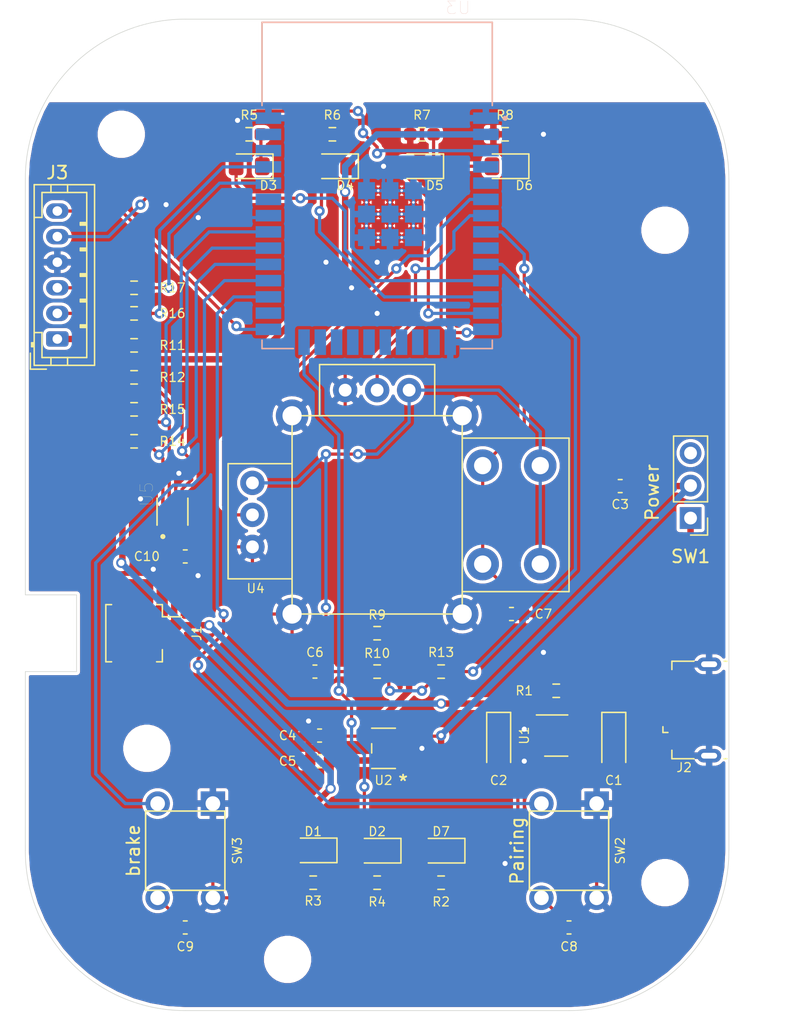
<source format=kicad_pcb>
(kicad_pcb (version 20171130) (host pcbnew "(5.1.10)-1")
  (layers (0 F.Cu signal) (31 B.Cu signal) (34 B.Paste user) (35 F.Paste user) (36 B.SilkS user) (37 F.SilkS user) (38 B.Mask user) (39 F.Mask user) (44 Edge.Cuts user))
  (net 0 "")
  (net 1 +BATT)
  (net 2 Earth)
  (net 3 +5V)
  (net 4 "Net-(C4-Pad1)")
  (net 5 +3V3)
  (net 6 "Net-(C8-Pad1)")
  (net 7 "Net-(D1-Pad1)")
  (net 8 "Net-(D2-Pad1)")
  (net 9 GPIO2)
  (net 10 "Net-(D3-Pad1)")
  (net 11 GPIO26)
  (net 12 "Net-(D4-Pad1)")
  (net 13 GPIO27)
  (net 14 "Net-(D5-Pad1)")
  (net 15 GPIO14)
  (net 16 "Net-(D6-Pad1)")
  (net 17 GPIO12)
  (net 18 "Net-(D7-Pad1)")
  (net 19 "Net-(J2-Pad3)")
  (net 20 "Net-(J2-Pad4)")
  (net 21 "Net-(J2-Pad2)")
  (net 22 GPIO0)
  (net 23 EN)
  (net 24 TX0)
  (net 25 RX0)
  (net 26 GPIO5)
  (net 27 GPIO18)
  (net 28 GPIO19)
  (net 29 GPIO25)
  (net 30 GPIO33)
  (net 31 GPIO23)
  (net 32 GPIO22)
  (net 33 GPIO21)
  (net 34 GPIO17)
  (net 35 GPIO16)
  (net 36 GPIO4)
  (net 37 GPIO15)
  (net 38 SDI)
  (net 39 SDO)
  (net 40 SCK)
  (net 41 SCS)
  (net 42 SWP)
  (net 43 SHD)
  (net 44 GPIO13)
  (net 45 GPIO32)
  (net 46 GPIO35)
  (net 47 GPIO34)
  (net 48 VN)
  (net 49 VP)
  (net 50 "Net-(SW1-Pad3)")
  (net 51 "Net-(C3-Pad1)")
  (net 52 "Net-(C6-Pad1)")
  (net 53 "Net-(C9-Pad1)")
  (net 54 "Net-(J3-Pad3)")
  (net 55 "Net-(J3-Pad2)")
  (net 56 "Net-(R1-Pad1)")
  (net 57 "Net-(R2-Pad1)")
  (net 58 "Net-(R10-Pad2)")
  (module MAX17048G_T10:MAX17048G_T10 (layer F.Cu) (at 11.5 38.5 90)
    (fp_text reference U5 (at 1.365 -2.017 90) (layer F.SilkS) (effects (font (thickness 0.015))))
    (fp_text value MAX17048G+T10)
    (pad 9 smd rect (at 0 0 90) (size 0.6 1) (layers F.Cu F.Mask) (net 2 Earth))
    (pad 8 smd rect (at 0.985 -0.75 90) (size 0.76 0.27) (layers F.Cu F.Paste F.Mask) (net 27 GPIO18))
    (pad 7 smd rect (at 0.985 -0.25 90) (size 0.76 0.27) (layers F.Cu F.Paste F.Mask) (net 28 GPIO19))
    (pad 6 smd rect (at 0.985 0.25 90) (size 0.76 0.27) (layers F.Cu F.Paste F.Mask) (net 2 Earth))
    (pad 5 smd rect (at 0.985 0.75 90) (size 0.76 0.27) (layers F.Cu F.Paste F.Mask) (net 26 GPIO5))
    (pad 4 smd rect (at -0.985 0.75 90) (size 0.76 0.27) (layers F.Cu F.Paste F.Mask) (net 2 Earth))
    (pad 3 smd rect (at -0.985 0.25 90) (size 0.76 0.27) (layers F.Cu F.Paste F.Mask) (net 1 +BATT))
    (pad 2 smd rect (at -0.985 -0.25 90) (size 0.76 0.27) (layers F.Cu F.Paste F.Mask) (net 1 +BATT))
    (pad 1 smd rect (at -0.985 -0.75 90) (size 0.76 0.27) (layers F.Cu F.Paste F.Mask) (net 2 Earth))
  )
  (module MountingHole:MountingHole_3.2mm_M3 (layer F.Cu) (at 20.5 73.5)
    (fp_text reference REF** hide)
    (fp_text value MountingHole_3.2mm_M3)
    (pad 1 np_thru_hole circle (at 0 0) (size 3.2 3.2) (drill 3.2) (layers *.Cu *.Mask))
  )
  (module MountingHole:MountingHole_3.2mm_M3 (layer F.Cu) (at 50 67.5)
    (fp_text reference e hide)
    (fp_text value MountingHole_3.2mm_M3)
    (pad 1 np_thru_hole circle (at 0 0) (size 3.2 3.2) (drill 3.2) (layers *.Cu *.Mask))
  )
  (module MountingHole:MountingHole_3.2mm_M3 (layer F.Cu) (at 7.5 9)
    (fp_text reference REF** hide)
    (fp_text value MountingHole_3.2mm_M3)
    (pad 1 np_thru_hole circle (at 0 0) (size 3.2 3.2) (drill 3.2) (layers *.Cu *.Mask))
  )
  (module ESP32-WROOM-32D:MODULE_ESP32-WROOM-32D (layer B.Cu) (at 27.5 13 180)
    (fp_text reference U3 (at -6.325 13.885) (layer B.SilkS) (effects (font (thickness 0.015)) (justify mirror)))
    (fp_text value ESP32-WROOM-32D)
    (pad 39_21 thru_hole circle (at -0.0825 -4.075 180) (size 0.3 0.3) (drill 0.2) (layers *.Cu *.Mask) (net 2 Earth))
    (pad 39_20 thru_hole circle (at -1.9175 -4.075 180) (size 0.3 0.3) (drill 0.2) (layers *.Cu *.Mask) (net 2 Earth))
    (pad 39_19 thru_hole circle (at 0.835 -3.1575 180) (size 0.3 0.3) (drill 0.2) (layers *.Cu *.Mask) (net 2 Earth))
    (pad 39_18 thru_hole circle (at -1 -3.1575 180) (size 0.3 0.3) (drill 0.2) (layers *.Cu *.Mask) (net 2 Earth))
    (pad 39_17 thru_hole circle (at -2.835 -3.1575 180) (size 0.3 0.3) (drill 0.2) (layers *.Cu *.Mask) (net 2 Earth))
    (pad 39_16 thru_hole circle (at -0.0825 -2.24 180) (size 0.3 0.3) (drill 0.2) (layers *.Cu *.Mask) (net 2 Earth))
    (pad 39_15 thru_hole circle (at -1.9175 -2.24 180) (size 0.3 0.3) (drill 0.2) (layers *.Cu *.Mask) (net 2 Earth))
    (pad 39_14 thru_hole circle (at 0.835 -1.3225 180) (size 0.3 0.3) (drill 0.2) (layers *.Cu *.Mask) (net 2 Earth))
    (pad 39_13 thru_hole circle (at -1 -1.3225 180) (size 0.3 0.3) (drill 0.2) (layers *.Cu *.Mask) (net 2 Earth))
    (pad 39_12 thru_hole circle (at -2.835 -1.3225 180) (size 0.3 0.3) (drill 0.2) (layers *.Cu *.Mask) (net 2 Earth))
    (pad 39_11 thru_hole circle (at -0.0825 -0.405 180) (size 0.3 0.3) (drill 0.2) (layers *.Cu *.Mask) (net 2 Earth))
    (pad 39_10 thru_hole circle (at -1.9175 -0.405 180) (size 0.3 0.3) (drill 0.2) (layers *.Cu *.Mask) (net 2 Earth))
    (pad 39_9 smd rect (at 0.835 -4.075 180) (size 1.33 1.33) (layers B.Cu B.Paste B.Mask) (net 2 Earth))
    (pad 39_8 smd rect (at -1 -4.075 180) (size 1.33 1.33) (layers B.Cu B.Paste B.Mask) (net 2 Earth))
    (pad 39_7 smd rect (at -2.835 -4.075 180) (size 1.33 1.33) (layers B.Cu B.Paste B.Mask) (net 2 Earth))
    (pad 39_6 smd rect (at 0.835 -2.24 180) (size 1.33 1.33) (layers B.Cu B.Paste B.Mask) (net 2 Earth))
    (pad 39_5 smd rect (at -1 -2.24 180) (size 1.33 1.33) (layers B.Cu B.Paste B.Mask) (net 2 Earth))
    (pad 39_4 smd rect (at -2.835 -2.24 180) (size 1.33 1.33) (layers B.Cu B.Paste B.Mask) (net 2 Earth))
    (pad 39_3 smd rect (at 0.835 -0.405 180) (size 1.33 1.33) (layers B.Cu B.Paste B.Mask) (net 2 Earth))
    (pad 39_2 smd rect (at -1 -0.405 180) (size 1.33 1.33) (layers B.Cu B.Paste B.Mask) (net 2 Earth))
    (pad 39_1 smd rect (at -2.835 -0.405 180) (size 1.33 1.33) (layers B.Cu B.Paste B.Mask) (net 2 Earth))
    (pad 38 smd rect (at 8.5 5.26 180) (size 2 0.9) (layers B.Cu B.Paste B.Mask) (net 2 Earth))
    (pad 37 smd rect (at 8.5 3.99 180) (size 2 0.9) (layers B.Cu B.Paste B.Mask) (net 31 GPIO23))
    (pad 36 smd rect (at 8.5 2.72 180) (size 2 0.9) (layers B.Cu B.Paste B.Mask) (net 32 GPIO22))
    (pad 35 smd rect (at 8.5 1.45 180) (size 2 0.9) (layers B.Cu B.Paste B.Mask) (net 24 TX0))
    (pad 34 smd rect (at 8.5 0.18 180) (size 2 0.9) (layers B.Cu B.Paste B.Mask) (net 25 RX0))
    (pad 33 smd rect (at 8.5 -1.09 180) (size 2 0.9) (layers B.Cu B.Paste B.Mask) (net 33 GPIO21))
    (pad 32 smd rect (at 8.5 -2.36 180) (size 2 0.9) (layers B.Cu B.Paste B.Mask))
    (pad 31 smd rect (at 8.5 -3.63 180) (size 2 0.9) (layers B.Cu B.Paste B.Mask) (net 28 GPIO19))
    (pad 30 smd rect (at 8.5 -4.9 180) (size 2 0.9) (layers B.Cu B.Paste B.Mask) (net 27 GPIO18))
    (pad 29 smd rect (at 8.5 -6.17 180) (size 2 0.9) (layers B.Cu B.Paste B.Mask) (net 26 GPIO5))
    (pad 28 smd rect (at 8.5 -7.44 180) (size 2 0.9) (layers B.Cu B.Paste B.Mask) (net 34 GPIO17))
    (pad 27 smd rect (at 8.5 -8.71 180) (size 2 0.9) (layers B.Cu B.Paste B.Mask) (net 35 GPIO16))
    (pad 26 smd rect (at 8.5 -9.98 180) (size 2 0.9) (layers B.Cu B.Paste B.Mask) (net 36 GPIO4))
    (pad 25 smd rect (at 8.5 -11.25 180) (size 2 0.9) (layers B.Cu B.Paste B.Mask) (net 22 GPIO0))
    (pad 24 smd rect (at 5.715 -12.25 180) (size 0.9 2) (layers B.Cu B.Paste B.Mask) (net 9 GPIO2))
    (pad 23 smd rect (at 4.445 -12.25 180) (size 0.9 2) (layers B.Cu B.Paste B.Mask) (net 37 GPIO15))
    (pad 22 smd rect (at 3.175 -12.25 180) (size 0.9 2) (layers B.Cu B.Paste B.Mask) (net 38 SDI))
    (pad 21 smd rect (at 1.905 -12.25 180) (size 0.9 2) (layers B.Cu B.Paste B.Mask) (net 39 SDO))
    (pad 20 smd rect (at 0.635 -12.25 180) (size 0.9 2) (layers B.Cu B.Paste B.Mask) (net 40 SCK))
    (pad 19 smd rect (at -0.635 -12.25 180) (size 0.9 2) (layers B.Cu B.Paste B.Mask) (net 41 SCS))
    (pad 18 smd rect (at -1.905 -12.25 180) (size 0.9 2) (layers B.Cu B.Paste B.Mask) (net 42 SWP))
    (pad 17 smd rect (at -3.175 -12.25 180) (size 0.9 2) (layers B.Cu B.Paste B.Mask) (net 43 SHD))
    (pad 16 smd rect (at -4.445 -12.25 180) (size 0.9 2) (layers B.Cu B.Paste B.Mask) (net 44 GPIO13))
    (pad 15 smd rect (at -5.715 -12.25 180) (size 0.9 2) (layers B.Cu B.Paste B.Mask) (net 2 Earth))
    (pad 14 smd rect (at -8.5 -11.25 180) (size 2 0.9) (layers B.Cu B.Paste B.Mask) (net 17 GPIO12))
    (pad 13 smd rect (at -8.5 -9.98 180) (size 2 0.9) (layers B.Cu B.Paste B.Mask) (net 15 GPIO14))
    (pad 12 smd rect (at -8.5 -8.71 180) (size 2 0.9) (layers B.Cu B.Paste B.Mask) (net 13 GPIO27))
    (pad 11 smd rect (at -8.5 -7.44 180) (size 2 0.9) (layers B.Cu B.Paste B.Mask) (net 11 GPIO26))
    (pad 10 smd rect (at -8.5 -6.17 180) (size 2 0.9) (layers B.Cu B.Paste B.Mask) (net 29 GPIO25))
    (pad 9 smd rect (at -8.5 -4.9 180) (size 2 0.9) (layers B.Cu B.Paste B.Mask) (net 30 GPIO33))
    (pad 8 smd rect (at -8.5 -3.63 180) (size 2 0.9) (layers B.Cu B.Paste B.Mask) (net 45 GPIO32))
    (pad 7 smd rect (at -8.5 -2.36 180) (size 2 0.9) (layers B.Cu B.Paste B.Mask) (net 46 GPIO35))
    (pad 6 smd rect (at -8.5 -1.09 180) (size 2 0.9) (layers B.Cu B.Paste B.Mask) (net 47 GPIO34))
    (pad 5 smd rect (at -8.5 0.18 180) (size 2 0.9) (layers B.Cu B.Paste B.Mask) (net 48 VN))
    (pad 4 smd rect (at -8.5 1.45 180) (size 2 0.9) (layers B.Cu B.Paste B.Mask) (net 49 VP))
    (pad 3 smd rect (at -8.5 2.72 180) (size 2 0.9) (layers B.Cu B.Paste B.Mask) (net 23 EN))
    (pad 2 smd rect (at -8.5 3.99 180) (size 2 0.9) (layers B.Cu B.Paste B.Mask) (net 5 +3V3))
    (pad 1 smd rect (at -8.5 5.26 180) (size 2 0.9) (layers B.Cu B.Paste B.Mask) (net 2 Earth))
  )
  (module MountingHole:MountingHole_3.2mm_M3 (layer F.Cu) (at 50 16.5)
    (fp_text reference REF** hide)
    (fp_text value MountingHole_3.2mm_M3)
    (pad 1 np_thru_hole circle (at 0 0) (size 3.2 3.2) (drill 3.2) (layers *.Cu *.Mask))
  )
  (module MountingHole:MountingHole_3.2mm_M3 (layer F.Cu) (at 9.5 57)
    (fp_text reference REF** hide)
    (fp_text value MountingHole_3.2mm_M3)
    (pad 1 np_thru_hole circle (at 0 0) (size 3.2 3.2) (drill 3.2) (layers *.Cu *.Mask))
  )
  (module EPK389MK:EPX389MK (layer F.Cu) (at 27.5 38.75 180)
    (fp_text reference U4 (at 9.5 -5.75) (layer F.SilkS) (effects (font (size 0.7 0.7) (thickness 0.1))))
    (fp_text value Joystick)
    (pad 1 thru_hole circle (at 6.65 -7.75 180) (size 2.54 2.54) (drill 1.5) (layers *.Cu *.Mask) (net 2 Earth))
    (pad 1 thru_hole circle (at -6.65 -7.75 180) (size 2.54 2.54) (drill 1.5) (layers *.Cu *.Mask) (net 2 Earth))
    (pad 1 thru_hole circle (at -6.65 7.75 180) (size 2.54 2.54) (drill 1.5) (layers *.Cu *.Mask) (net 2 Earth))
    (pad 1 thru_hole circle (at 6.65 7.75 180) (size 2.54 2.54) (drill 1.5) (layers *.Cu *.Mask) (net 2 Earth))
    (pad 5 thru_hole circle (at -8.25 -3.85 180) (size 2.54 2.54) (drill 1.35) (layers *.Cu *.Mask) (net 45 GPIO32))
    (pad 2 thru_hole circle (at -12.75 -3.85 180) (size 2.54 2.54) (drill 1.35) (layers *.Cu *.Mask) (net 52 "Net-(C6-Pad1)"))
    (pad 2 thru_hole circle (at -12.75 3.85 180) (size 2.54 2.54) (drill 1.35) (layers *.Cu *.Mask) (net 52 "Net-(C6-Pad1)"))
    (pad 5 thru_hole circle (at -8.25 3.85 180) (size 2.54 2.54) (drill 1.35) (layers *.Cu *.Mask) (net 45 GPIO32))
    (pad 1 thru_hole circle (at 9.75 -2.5 180) (size 1.905 1.905) (drill 1) (layers *.Cu *.Mask) (net 2 Earth))
    (pad 3 thru_hole circle (at 9.75 0 180) (size 1.905 1.905) (drill 1) (layers *.Cu *.Mask) (net 47 GPIO34))
    (pad 2 thru_hole circle (at 9.75 2.5 180) (size 1.905 1.905) (drill 1) (layers *.Cu *.Mask) (net 52 "Net-(C6-Pad1)"))
    (pad 2 thru_hole circle (at -2.5 9.75 180) (size 1.905 1.905) (drill 1) (layers *.Cu *.Mask) (net 52 "Net-(C6-Pad1)"))
    (pad 4 thru_hole circle (at 0 9.75 180) (size 1.905 1.905) (drill 1) (layers *.Cu *.Mask) (net 46 GPIO35))
    (pad 1 thru_hole circle (at 2.5 9.75 180) (size 1.905 1.905) (drill 1) (layers *.Cu *.Mask) (net 2 Earth))
  )
  (module MIC531833YD5TR:MIC5318-3.3YD5-TR (layer F.Cu) (at 28 57 180)
    (fp_text reference U2 (at 0 -2.5) (layer F.SilkS) (effects (font (size 0.7 0.7) (thickness 0.1))))
    (fp_text value MIC5318-3.3YD5-TR hide)
    (fp_text user * (at -1.52755 -2.601) (layer F.SilkS))
    (pad 5 smd rect (at 1.273551 -0.950001 180) (size 0.946899 0.508) (layers F.Cu F.Paste F.Mask) (net 5 +3V3))
    (pad 4 smd rect (at 1.273551 0.950001 180) (size 0.946899 0.508) (layers F.Cu F.Paste F.Mask) (net 4 "Net-(C4-Pad1)"))
    (pad 3 smd rect (at -1.273551 0.950001 180) (size 0.946899 0.508) (layers F.Cu F.Paste F.Mask) (net 51 "Net-(C3-Pad1)"))
    (pad 2 smd rect (at -1.273551 0 180) (size 0.946899 0.508) (layers F.Cu F.Paste F.Mask) (net 2 Earth))
    (pad 1 smd rect (at -1.273551 -0.950001 180) (size 0.946899 0.508) (layers F.Cu F.Paste F.Mask) (net 51 "Net-(C3-Pad1)"))
  )
  (module Package_TO_SOT_SMD:SOT-23-5 (layer F.Cu) (at 41.5 56)
    (fp_text reference U1 (at -2.5 0 270) (layer F.SilkS) (effects (font (size 0.7 0.7) (thickness 0.1))))
    (fp_text value MCP73831-2-OT)
    (pad 5 smd rect (at 1.1 -0.95) (size 1.06 0.65) (layers F.Cu F.Paste F.Mask) (net 56 "Net-(R1-Pad1)"))
    (pad 4 smd rect (at 1.1 0.95) (size 1.06 0.65) (layers F.Cu F.Paste F.Mask) (net 3 +5V))
    (pad 3 smd rect (at -1.1 0.95) (size 1.06 0.65) (layers F.Cu F.Paste F.Mask) (net 1 +BATT))
    (pad 2 smd rect (at -1.1 0) (size 1.06 0.65) (layers F.Cu F.Paste F.Mask) (net 2 Earth))
    (pad 1 smd rect (at -1.1 -0.95) (size 1.06 0.65) (layers F.Cu F.Paste F.Mask) (net 57 "Net-(R2-Pad1)"))
  )
  (module OPL_Switch:SW4-6.0X6.0X5.0MM (layer F.Cu) (at 12.5 65 270)
    (fp_text reference SW3 (at 0 -4.064 90) (layer F.SilkS) (effects (font (size 0.7 0.7) (thickness 0.1))))
    (fp_text value brake (at 0 4.064 90) (layer F.SilkS))
    (pad 1 thru_hole rect (at -3.683 -2.159 270) (size 1.905 1.905) (drill 1.143) (layers *.Cu *.Mask) (net 2 Earth))
    (pad 2 thru_hole circle (at -3.683 2.159 270) (size 1.905 1.905) (drill 1.143) (layers *.Cu *.Mask) (net 34 GPIO17))
    (pad 3 thru_hole circle (at 3.683 2.159 270) (size 1.905 1.905) (drill 1.143) (layers *.Cu *.Mask) (net 53 "Net-(C9-Pad1)"))
    (pad 4 thru_hole circle (at 3.683 -2.159 270) (size 1.905 1.905) (drill 1.143) (layers *.Cu *.Mask) (net 2 Earth))
  )
  (module OPL_Switch:SW4-6.0X6.0X5.0MM (layer F.Cu) (at 42.5 65 270)
    (fp_text reference SW2 (at 0 -4 90) (layer F.SilkS) (effects (font (size 0.7 0.7) (thickness 0.1))))
    (fp_text value Pairing (at 0 4.064 90) (layer F.SilkS))
    (pad 1 thru_hole rect (at -3.683 -2.159 270) (size 1.905 1.905) (drill 1.143) (layers *.Cu *.Mask) (net 2 Earth))
    (pad 2 thru_hole circle (at -3.683 2.159 270) (size 1.905 1.905) (drill 1.143) (layers *.Cu *.Mask) (net 35 GPIO16))
    (pad 3 thru_hole circle (at 3.683 2.159 270) (size 1.905 1.905) (drill 1.143) (layers *.Cu *.Mask) (net 6 "Net-(C8-Pad1)"))
    (pad 4 thru_hole circle (at 3.683 -2.159 270) (size 1.905 1.905) (drill 1.143) (layers *.Cu *.Mask) (net 2 Earth))
  )
  (module Connector_PinHeader_2.54mm:PinHeader_1x03_P2.54mm_Vertical (layer F.Cu) (at 52 39 180)
    (fp_text reference SW1 (at 0 -3) (layer F.SilkS))
    (fp_text value "Power On/Off")
    (pad 3 thru_hole oval (at 0 5.08 180) (size 1.7 1.7) (drill 1) (layers *.Cu *.Mask) (net 50 "Net-(SW1-Pad3)"))
    (pad 2 thru_hole oval (at 0 2.54 180) (size 1.7 1.7) (drill 1) (layers *.Cu *.Mask) (net 51 "Net-(C3-Pad1)"))
    (pad 1 thru_hole rect (at 0 0 180) (size 1.7 1.7) (drill 1) (layers *.Cu *.Mask) (net 1 +BATT))
  )
  (module Resistor_SMD:R_0603_1608Metric_Pad0.98x0.95mm_HandSolder (layer F.Cu) (at 8.5 21 180)
    (fp_text reference R17 (at -3 0) (layer F.SilkS) (effects (font (size 0.7 0.7) (thickness 0.1))))
    (fp_text value 1k)
    (pad 2 smd roundrect (at 0.9125 0 180) (size 0.975 0.95) (layers F.Cu F.Paste F.Mask) (net 54 "Net-(J3-Pad3)"))
    (pad 1 smd roundrect (at -0.9125 0 180) (size 0.975 0.95) (layers F.Cu F.Paste F.Mask) (net 25 RX0))
  )
  (module Resistor_SMD:R_0603_1608Metric_Pad0.98x0.95mm_HandSolder (layer F.Cu) (at 8.5 23 180)
    (fp_text reference R16 (at -3 0) (layer F.SilkS) (effects (font (size 0.7 0.7) (thickness 0.1))))
    (fp_text value 1k)
    (pad 2 smd roundrect (at 0.9125 0 180) (size 0.975 0.95) (layers F.Cu F.Paste F.Mask) (net 55 "Net-(J3-Pad2)"))
    (pad 1 smd roundrect (at -0.9125 0 180) (size 0.975 0.95) (layers F.Cu F.Paste F.Mask) (net 24 TX0))
  )
  (module Resistor_SMD:R_0603_1608Metric_Pad0.98x0.95mm_HandSolder (layer F.Cu) (at 8.5 30.5 180)
    (fp_text reference R15 (at -3 0) (layer F.SilkS) (effects (font (size 0.7 0.7) (thickness 0.1))))
    (fp_text value 10k)
    (pad 2 smd roundrect (at 0.9125 0 180) (size 0.975 0.95) (layers F.Cu F.Paste F.Mask) (net 5 +3V3))
    (pad 1 smd roundrect (at -0.9125 0 180) (size 0.975 0.95) (layers F.Cu F.Paste F.Mask) (net 28 GPIO19))
  )
  (module Resistor_SMD:R_0603_1608Metric_Pad0.98x0.95mm_HandSolder (layer F.Cu) (at 8.5 33 180)
    (fp_text reference R14 (at -3 0) (layer F.SilkS) (effects (font (size 0.7 0.7) (thickness 0.1))))
    (fp_text value 10k)
    (pad 2 smd roundrect (at 0.9125 0 180) (size 0.975 0.95) (layers F.Cu F.Paste F.Mask) (net 5 +3V3))
    (pad 1 smd roundrect (at -0.9125 0 180) (size 0.975 0.95) (layers F.Cu F.Paste F.Mask) (net 27 GPIO18))
  )
  (module Resistor_SMD:R_0603_1608Metric_Pad0.98x0.95mm_HandSolder (layer F.Cu) (at 32.5 51 180)
    (fp_text reference R13 (at 0 1.5) (layer F.SilkS) (effects (font (size 0.7 0.7) (thickness 0.1))))
    (fp_text value 0)
    (pad 2 smd roundrect (at 0.9125 0 180) (size 0.975 0.95) (layers F.Cu F.Paste F.Mask) (net 58 "Net-(R10-Pad2)"))
    (pad 1 smd roundrect (at -0.9125 0 180) (size 0.975 0.95) (layers F.Cu F.Paste F.Mask) (net 29 GPIO25))
  )
  (module Resistor_SMD:R_0603_1608Metric_Pad0.98x0.95mm_HandSolder (layer F.Cu) (at 8.5 28 180)
    (fp_text reference R12 (at -3 0) (layer F.SilkS) (effects (font (size 0.7 0.7) (thickness 0.1))))
    (fp_text value 10k)
    (pad 2 smd roundrect (at 0.9125 0 180) (size 0.975 0.95) (layers F.Cu F.Paste F.Mask) (net 5 +3V3))
    (pad 1 smd roundrect (at -0.9125 0 180) (size 0.975 0.95) (layers F.Cu F.Paste F.Mask) (net 26 GPIO5))
  )
  (module Resistor_SMD:R_0603_1608Metric_Pad0.98x0.95mm_HandSolder (layer F.Cu) (at 8.5 25.5 180)
    (fp_text reference R11 (at -3 0) (layer F.SilkS) (effects (font (size 0.7 0.7) (thickness 0.1))))
    (fp_text value 10k)
    (pad 2 smd roundrect (at 0.9125 0 180) (size 0.975 0.95) (layers F.Cu F.Paste F.Mask) (net 5 +3V3))
    (pad 1 smd roundrect (at -0.9125 0 180) (size 0.975 0.95) (layers F.Cu F.Paste F.Mask) (net 24 TX0))
  )
  (module Resistor_SMD:R_0603_1608Metric_Pad0.98x0.95mm_HandSolder (layer F.Cu) (at 27.5 51)
    (fp_text reference R10 (at 0 -1.43) (layer F.SilkS) (effects (font (size 0.7 0.7) (thickness 0.1))))
    (fp_text value 100)
    (pad 2 smd roundrect (at 0.9125 0) (size 0.975 0.95) (layers F.Cu F.Paste F.Mask) (net 58 "Net-(R10-Pad2)"))
    (pad 1 smd roundrect (at -0.9125 0) (size 0.975 0.95) (layers F.Cu F.Paste F.Mask) (net 52 "Net-(C6-Pad1)"))
  )
  (module Resistor_SMD:R_0603_1608Metric_Pad0.98x0.95mm_HandSolder (layer F.Cu) (at 27.5 48)
    (fp_text reference R9 (at 0 -1.43) (layer F.SilkS) (effects (font (size 0.7 0.7) (thickness 0.1))))
    (fp_text value NC)
    (pad 2 smd roundrect (at 0.9125 0) (size 0.975 0.95) (layers F.Cu F.Paste F.Mask) (net 5 +3V3))
    (pad 1 smd roundrect (at -0.9125 0) (size 0.975 0.95) (layers F.Cu F.Paste F.Mask) (net 58 "Net-(R10-Pad2)"))
  )
  (module Resistor_SMD:R_0603_1608Metric_Pad0.98x0.95mm_HandSolder (layer F.Cu) (at 37.5 9 180)
    (fp_text reference R8 (at 0 1.5) (layer F.SilkS) (effects (font (size 0.7 0.7) (thickness 0.1))))
    (fp_text value 470)
    (pad 2 smd roundrect (at 0.9125 0 180) (size 0.975 0.95) (layers F.Cu F.Paste F.Mask) (net 2 Earth))
    (pad 1 smd roundrect (at -0.9125 0 180) (size 0.975 0.95) (layers F.Cu F.Paste F.Mask) (net 16 "Net-(D6-Pad1)"))
  )
  (module Resistor_SMD:R_0603_1608Metric_Pad0.98x0.95mm_HandSolder (layer F.Cu) (at 31 9 180)
    (fp_text reference R7 (at 0 1.5) (layer F.SilkS) (effects (font (size 0.7 0.7) (thickness 0.1))))
    (fp_text value 470)
    (pad 2 smd roundrect (at 0.9125 0 180) (size 0.975 0.95) (layers F.Cu F.Paste F.Mask) (net 2 Earth))
    (pad 1 smd roundrect (at -0.9125 0 180) (size 0.975 0.95) (layers F.Cu F.Paste F.Mask) (net 14 "Net-(D5-Pad1)"))
  )
  (module Resistor_SMD:R_0603_1608Metric_Pad0.98x0.95mm_HandSolder (layer F.Cu) (at 24 9 180)
    (fp_text reference R6 (at 0 1.5) (layer F.SilkS) (effects (font (size 0.7 0.7) (thickness 0.1))))
    (fp_text value 470)
    (pad 2 smd roundrect (at 0.9125 0 180) (size 0.975 0.95) (layers F.Cu F.Paste F.Mask) (net 2 Earth))
    (pad 1 smd roundrect (at -0.9125 0 180) (size 0.975 0.95) (layers F.Cu F.Paste F.Mask) (net 12 "Net-(D4-Pad1)"))
  )
  (module Resistor_SMD:R_0603_1608Metric_Pad0.98x0.95mm_HandSolder (layer F.Cu) (at 17.5 9 180)
    (fp_text reference R5 (at 0 1.5) (layer F.SilkS) (effects (font (size 0.7 0.7) (thickness 0.1))))
    (fp_text value 470)
    (pad 2 smd roundrect (at 0.9125 0 180) (size 0.975 0.95) (layers F.Cu F.Paste F.Mask) (net 2 Earth))
    (pad 1 smd roundrect (at -0.9125 0 180) (size 0.975 0.95) (layers F.Cu F.Paste F.Mask) (net 10 "Net-(D3-Pad1)"))
  )
  (module Resistor_SMD:R_0603_1608Metric_Pad0.98x0.95mm_HandSolder (layer F.Cu) (at 27.5 67.5 180)
    (fp_text reference R4 (at 0 -1.5) (layer F.SilkS) (effects (font (size 0.7 0.7) (thickness 0.1))))
    (fp_text value 470)
    (pad 2 smd roundrect (at 0.9125 0 180) (size 0.975 0.95) (layers F.Cu F.Paste F.Mask) (net 2 Earth))
    (pad 1 smd roundrect (at -0.9125 0 180) (size 0.975 0.95) (layers F.Cu F.Paste F.Mask) (net 8 "Net-(D2-Pad1)"))
  )
  (module Resistor_SMD:R_0603_1608Metric_Pad0.98x0.95mm_HandSolder (layer F.Cu) (at 22.5 67.5 180)
    (fp_text reference R3 (at 0 -1.43) (layer F.SilkS) (effects (font (size 0.7 0.7) (thickness 0.1))))
    (fp_text value 470)
    (pad 2 smd roundrect (at 0.9125 0 180) (size 0.975 0.95) (layers F.Cu F.Paste F.Mask) (net 2 Earth))
    (pad 1 smd roundrect (at -0.9125 0 180) (size 0.975 0.95) (layers F.Cu F.Paste F.Mask) (net 7 "Net-(D1-Pad1)"))
  )
  (module Resistor_SMD:R_0603_1608Metric_Pad0.98x0.95mm_HandSolder (layer F.Cu) (at 32.5 67.5 180)
    (fp_text reference R2 (at 0 -1.5) (layer F.SilkS) (effects (font (size 0.7 0.7) (thickness 0.1))))
    (fp_text value 470)
    (pad 2 smd roundrect (at 0.9125 0 180) (size 0.975 0.95) (layers F.Cu F.Paste F.Mask) (net 18 "Net-(D7-Pad1)"))
    (pad 1 smd roundrect (at -0.9125 0 180) (size 0.975 0.95) (layers F.Cu F.Paste F.Mask) (net 57 "Net-(R2-Pad1)"))
  )
  (module Resistor_SMD:R_0603_1608Metric_Pad0.98x0.95mm_HandSolder (layer F.Cu) (at 41.5 52.5 180)
    (fp_text reference R1 (at 2.5 0) (layer F.SilkS) (effects (font (size 0.7 0.7) (thickness 0.1))))
    (fp_text value 2k)
    (pad 2 smd roundrect (at 0.9125 0 180) (size 0.975 0.95) (layers F.Cu F.Paste F.Mask) (net 2 Earth))
    (pad 1 smd roundrect (at -0.9125 0 180) (size 0.975 0.95) (layers F.Cu F.Paste F.Mask) (net 56 "Net-(R1-Pad1)"))
  )
  (module Connector_JST:JST_PH_B6B-PH-K_1x06_P2.00mm_Vertical (layer F.Cu) (at 2.5 25 90)
    (fp_text reference J3 (at 13 0 180) (layer F.SilkS))
    (fp_text value isp)
    (pad 6 thru_hole oval (at 10 0 90) (size 1.2 1.75) (drill 0.75) (layers *.Cu *.Mask) (net 22 GPIO0))
    (pad 5 thru_hole oval (at 8 0 90) (size 1.2 1.75) (drill 0.75) (layers *.Cu *.Mask) (net 23 EN))
    (pad 4 thru_hole oval (at 6 0 90) (size 1.2 1.75) (drill 0.75) (layers *.Cu *.Mask) (net 2 Earth))
    (pad 3 thru_hole oval (at 4 0 90) (size 1.2 1.75) (drill 0.75) (layers *.Cu *.Mask) (net 54 "Net-(J3-Pad3)"))
    (pad 2 thru_hole oval (at 2 0 90) (size 1.2 1.75) (drill 0.75) (layers *.Cu *.Mask) (net 55 "Net-(J3-Pad2)"))
    (pad 1 thru_hole roundrect (at 0 0 90) (size 1.2 1.75) (drill 0.75) (layers *.Cu *.Mask) (roundrect_rratio 0.2083325) (net 5 +3V3))
  )
  (module Connector_USB:USB_Micro-B_GCT_USB3076-30-A (layer F.Cu) (at 52.25 54 90)
    (fp_text reference J2 (at -4.5 -0.75 180) (layer F.SilkS) (effects (font (size 0.7 0.7) (thickness 0.1))))
    (fp_text value USB_B_Micro)
    (pad 6 smd rect (at -2.32 -1.03 90) (size 1.15 1.45) (layers F.Cu F.Paste F.Mask) (net 2 Earth))
    (pad 6 smd rect (at 2.32 -1.03 90) (size 1.15 1.45) (layers F.Cu F.Paste F.Mask) (net 2 Earth))
    (pad 6 thru_hole oval (at 3.575 1.2 90) (size 1.05 1.9) (drill oval 0.45 1.25) (layers *.Cu *.Mask) (net 2 Earth))
    (pad 6 thru_hole oval (at -3.575 1.2 270) (size 1.05 1.9) (drill oval 0.45 1.25) (layers *.Cu *.Mask) (net 2 Earth))
    (pad 6 smd rect (at -1.125 1.2 90) (size 1.75 1.9) (layers F.Cu F.Paste F.Mask) (net 2 Earth))
    (pad 3 smd rect (at 0 -1.45 90) (size 0.4 1.4) (layers F.Cu F.Paste F.Mask) (net 19 "Net-(J2-Pad3)"))
    (pad 4 smd rect (at 0.65 -1.45 90) (size 0.4 1.4) (layers F.Cu F.Paste F.Mask) (net 20 "Net-(J2-Pad4)"))
    (pad 5 smd rect (at 1.3 -1.45 90) (size 0.4 1.4) (layers F.Cu F.Paste F.Mask) (net 2 Earth))
    (pad 1 smd rect (at -1.3 -1.45 90) (size 0.4 1.4) (layers F.Cu F.Paste F.Mask) (net 3 +5V))
    (pad 2 smd rect (at -0.65 -1.45 90) (size 0.4 1.4) (layers F.Cu F.Paste F.Mask) (net 21 "Net-(J2-Pad2)"))
    (pad 6 smd rect (at 1.125 1.2 90) (size 1.75 1.9) (layers F.Cu F.Paste F.Mask) (net 2 Earth))
  )
  (module Connector_Molex:Molex_PicoBlade_53261-0271_1x02-1MP_P1.25mm_Horizontal (layer F.Cu) (at 9 48 270)
    (fp_text reference J1 (at 0 -4.4 90) (layer F.SilkS) (effects (font (size 0.7 0.7) (thickness 0.1))))
    (fp_text value Battery)
    (pad MP smd roundrect (at 3.175 0.5 270) (size 2.1 3) (layers F.Cu F.Paste F.Mask) (roundrect_rratio 0.119047619047619))
    (pad MP smd roundrect (at -3.175 0.5 270) (size 2.1 3) (layers F.Cu F.Paste F.Mask) (roundrect_rratio 0.119047619047619))
    (pad 2 smd roundrect (at 0.625 -2.4 270) (size 0.8 1.6) (layers F.Cu F.Paste F.Mask) (net 2 Earth))
    (pad 1 smd roundrect (at -0.625 -2.4 270) (size 0.8 1.6) (layers F.Cu F.Paste F.Mask) (net 1 +BATT))
  )
  (module LED_SMD:LED_0805_2012Metric_Pad1.15x1.40mm_HandSolder (layer F.Cu) (at 32.5 65 180)
    (fp_text reference D7 (at 0 1.5) (layer F.SilkS) (effects (font (size 0.7 0.7) (thickness 0.1))))
    (fp_text value "Battery Charger Indicator")
    (pad 2 smd roundrect (at 1.025 0 180) (size 1.15 1.4) (layers F.Cu F.Paste F.Mask) (roundrect_rratio 0.2173904347826087) (net 3 +5V))
    (pad 1 smd roundrect (at -1.025 0 180) (size 1.15 1.4) (layers F.Cu F.Paste F.Mask) (roundrect_rratio 0.2173904347826087) (net 18 "Net-(D7-Pad1)"))
  )
  (module LED_SMD:LED_0805_2012Metric_Pad1.15x1.40mm_HandSolder (layer F.Cu) (at 37.5 11.5 180)
    (fp_text reference D6 (at -1.5 -1.5) (layer F.SilkS) (effects (font (size 0.7 0.7) (thickness 0.1))))
    (fp_text value "Battery 100%")
    (pad 2 smd roundrect (at 1.025 0 180) (size 1.15 1.4) (layers F.Cu F.Paste F.Mask) (roundrect_rratio 0.2173904347826087) (net 17 GPIO12))
    (pad 1 smd roundrect (at -1.025 0 180) (size 1.15 1.4) (layers F.Cu F.Paste F.Mask) (roundrect_rratio 0.2173904347826087) (net 16 "Net-(D6-Pad1)"))
  )
  (module LED_SMD:LED_0805_2012Metric_Pad1.15x1.40mm_HandSolder (layer F.Cu) (at 30.83 11.5 180)
    (fp_text reference D5 (at -1.17 -1.5) (layer F.SilkS) (effects (font (size 0.7 0.7) (thickness 0.1))))
    (fp_text value "Battery 75%")
    (pad 2 smd roundrect (at 1.025 0 180) (size 1.15 1.4) (layers F.Cu F.Paste F.Mask) (roundrect_rratio 0.2173904347826087) (net 15 GPIO14))
    (pad 1 smd roundrect (at -1.025 0 180) (size 1.15 1.4) (layers F.Cu F.Paste F.Mask) (roundrect_rratio 0.2173904347826087) (net 14 "Net-(D5-Pad1)"))
  )
  (module LED_SMD:LED_0805_2012Metric_Pad1.15x1.40mm_HandSolder (layer F.Cu) (at 24.17 11.5 180)
    (fp_text reference D4 (at -0.83 -1.5) (layer F.SilkS) (effects (font (size 0.7 0.7) (thickness 0.1))))
    (fp_text value "Battery 50%")
    (pad 2 smd roundrect (at 1.025 0 180) (size 1.15 1.4) (layers F.Cu F.Paste F.Mask) (roundrect_rratio 0.2173904347826087) (net 13 GPIO27))
    (pad 1 smd roundrect (at -1.025 0 180) (size 1.15 1.4) (layers F.Cu F.Paste F.Mask) (roundrect_rratio 0.2173904347826087) (net 12 "Net-(D4-Pad1)"))
  )
  (module LED_SMD:LED_0805_2012Metric_Pad1.15x1.40mm_HandSolder (layer F.Cu) (at 17.5 11.5 180)
    (fp_text reference D3 (at -1.5 -1.5) (layer F.SilkS) (effects (font (size 0.7 0.7) (thickness 0.1))))
    (fp_text value "Battery 25%")
    (pad 2 smd roundrect (at 1.025 0 180) (size 1.15 1.4) (layers F.Cu F.Paste F.Mask) (roundrect_rratio 0.2173904347826087) (net 11 GPIO26))
    (pad 1 smd roundrect (at -1.025 0 180) (size 1.15 1.4) (layers F.Cu F.Paste F.Mask) (roundrect_rratio 0.2173904347826087) (net 10 "Net-(D3-Pad1)"))
  )
  (module LED_SMD:LED_0805_2012Metric_Pad1.15x1.40mm_HandSolder (layer F.Cu) (at 27.5 65 180)
    (fp_text reference D2 (at 0 1.5) (layer F.SilkS) (effects (font (size 0.7 0.7) (thickness 0.1))))
    (fp_text value "BLE Indicator")
    (pad 2 smd roundrect (at 1.025 0 180) (size 1.15 1.4) (layers F.Cu F.Paste F.Mask) (roundrect_rratio 0.2173904347826087) (net 9 GPIO2))
    (pad 1 smd roundrect (at -1.025 0 180) (size 1.15 1.4) (layers F.Cu F.Paste F.Mask) (roundrect_rratio 0.2173904347826087) (net 8 "Net-(D2-Pad1)"))
  )
  (module LED_SMD:LED_0805_2012Metric_Pad1.15x1.40mm_HandSolder (layer F.Cu) (at 22.5 64.975 180)
    (fp_text reference D1 (at 0 1.475) (layer F.SilkS) (effects (font (size 0.7 0.7) (thickness 0.1))))
    (fp_text value "Power Indicator")
    (pad 2 smd roundrect (at 1.025 0 180) (size 1.15 1.4) (layers F.Cu F.Paste F.Mask) (roundrect_rratio 0.2173904347826087) (net 5 +3V3))
    (pad 1 smd roundrect (at -1.025 0 180) (size 1.15 1.4) (layers F.Cu F.Paste F.Mask) (roundrect_rratio 0.2173904347826087) (net 7 "Net-(D1-Pad1)"))
  )
  (module Capacitor_SMD:C_0603_1608Metric_Pad1.08x0.95mm_HandSolder (layer F.Cu) (at 12.5 42)
    (fp_text reference C10 (at -3 0) (layer F.SilkS) (effects (font (size 0.7 0.7) (thickness 0.1))))
    (fp_text value 0.1u)
    (pad 2 smd roundrect (at 0.8625 0) (size 1.075 0.95) (layers F.Cu F.Paste F.Mask) (net 2 Earth))
    (pad 1 smd roundrect (at -0.8625 0) (size 1.075 0.95) (layers F.Cu F.Paste F.Mask) (net 1 +BATT))
  )
  (module Capacitor_SMD:C_0603_1608Metric_Pad1.08x0.95mm_HandSolder (layer F.Cu) (at 12.5 71)
    (fp_text reference C9 (at 0 1.5) (layer F.SilkS) (effects (font (size 0.7 0.7) (thickness 0.1))))
    (fp_text value 0.1u)
    (pad 2 smd roundrect (at 0.8625 0) (size 1.075 0.95) (layers F.Cu F.Paste F.Mask) (net 2 Earth))
    (pad 1 smd roundrect (at -0.8625 0) (size 1.075 0.95) (layers F.Cu F.Paste F.Mask) (net 53 "Net-(C9-Pad1)"))
  )
  (module Capacitor_SMD:C_0603_1608Metric_Pad1.08x0.95mm_HandSolder (layer F.Cu) (at 42.5 71)
    (fp_text reference C8 (at 0 1.5) (layer F.SilkS) (effects (font (size 0.7 0.7) (thickness 0.1))))
    (fp_text value 0.1u)
    (pad 2 smd roundrect (at 0.8625 0) (size 1.075 0.95) (layers F.Cu F.Paste F.Mask) (net 2 Earth))
    (pad 1 smd roundrect (at -0.8625 0) (size 1.075 0.95) (layers F.Cu F.Paste F.Mask) (net 6 "Net-(C8-Pad1)"))
  )
  (module Capacitor_SMD:C_0603_1608Metric_Pad1.08x0.95mm_HandSolder (layer F.Cu) (at 38 46.5)
    (fp_text reference C7 (at 2.5 0) (layer F.SilkS) (effects (font (size 0.7 0.7) (thickness 0.1))))
    (fp_text value 0.1u)
    (pad 2 smd roundrect (at 0.8625 0) (size 1.075 0.95) (layers F.Cu F.Paste F.Mask) (net 2 Earth))
    (pad 1 smd roundrect (at -0.8625 0) (size 1.075 0.95) (layers F.Cu F.Paste F.Mask) (net 45 GPIO32))
  )
  (module Capacitor_SMD:C_0603_1608Metric_Pad1.08x0.95mm_HandSolder (layer F.Cu) (at 22.6375 51 180)
    (fp_text reference C6 (at 0 1.5) (layer F.SilkS) (effects (font (size 0.7 0.7) (thickness 0.1))))
    (fp_text value 0.1u)
    (pad 2 smd roundrect (at 0.8625 0 180) (size 1.075 0.95) (layers F.Cu F.Paste F.Mask) (net 2 Earth))
    (pad 1 smd roundrect (at -0.8625 0 180) (size 1.075 0.95) (layers F.Cu F.Paste F.Mask) (net 52 "Net-(C6-Pad1)"))
  )
  (module Capacitor_SMD:C_0603_1608Metric_Pad1.08x0.95mm_HandSolder (layer F.Cu) (at 23 58 180)
    (fp_text reference C5 (at 2.5 0) (layer F.SilkS) (effects (font (size 0.7 0.7) (thickness 0.1))))
    (fp_text value 0.1u)
    (pad 2 smd roundrect (at 0.8625 0 180) (size 1.075 0.95) (layers F.Cu F.Paste F.Mask) (net 2 Earth))
    (pad 1 smd roundrect (at -0.8625 0 180) (size 1.075 0.95) (layers F.Cu F.Paste F.Mask) (net 5 +3V3))
  )
  (module Capacitor_SMD:C_0603_1608Metric_Pad1.08x0.95mm_HandSolder (layer F.Cu) (at 23 56 180)
    (fp_text reference C4 (at 2.5 0) (layer F.SilkS) (effects (font (size 0.7 0.7) (thickness 0.1))))
    (fp_text value 0.01u)
    (pad 2 smd roundrect (at 0.8625 0 180) (size 1.075 0.95) (layers F.Cu F.Paste F.Mask) (net 2 Earth))
    (pad 1 smd roundrect (at -0.8625 0 180) (size 1.075 0.95) (layers F.Cu F.Paste F.Mask) (net 4 "Net-(C4-Pad1)"))
  )
  (module Capacitor_SMD:C_0603_1608Metric_Pad1.08x0.95mm_HandSolder (layer F.Cu) (at 46.5 36.5 180)
    (fp_text reference C3 (at 0 -1.43) (layer F.SilkS) (effects (font (size 0.7 0.7) (thickness 0.1))))
    (fp_text value 1u)
    (pad 2 smd roundrect (at 0.8625 0 180) (size 1.075 0.95) (layers F.Cu F.Paste F.Mask) (net 2 Earth))
    (pad 1 smd roundrect (at -0.8625 0 180) (size 1.075 0.95) (layers F.Cu F.Paste F.Mask) (net 51 "Net-(C3-Pad1)"))
  )
  (module Capacitor_Tantalum_SMD:CP_EIA-3216-18_Kemet-A (layer F.Cu) (at 37 56.5 270)
    (fp_text reference C2 (at 3 0 180) (layer F.SilkS) (effects (font (size 0.7 0.7) (thickness 0.1))))
    (fp_text value 4.7u)
    (pad 2 smd roundrect (at 1.35 0 270) (size 1.4 1.35) (layers F.Cu F.Paste F.Mask) (roundrect_rratio 0.1851844444444445) (net 2 Earth))
    (pad 1 smd roundrect (at -1.35 0 270) (size 1.4 1.35) (layers F.Cu F.Paste F.Mask) (roundrect_rratio 0.1851844444444445) (net 1 +BATT))
  )
  (module Capacitor_Tantalum_SMD:CP_EIA-3216-18_Kemet-A (layer F.Cu) (at 46 56.5 270)
    (fp_text reference C1 (at 3 0 180) (layer F.SilkS) (effects (font (size 0.7 0.7) (thickness 0.1))))
    (fp_text value 4.7u)
    (pad 2 smd roundrect (at 1.35 0 270) (size 1.4 1.35) (layers F.Cu F.Paste F.Mask) (roundrect_rratio 0.1851844444444445) (net 2 Earth))
    (pad 1 smd roundrect (at -1.35 0 270) (size 1.4 1.35) (layers F.Cu F.Paste F.Mask) (roundrect_rratio 0.1851844444444445) (net 3 +5V))
  )
  (gr_text Power (at 49 37 90) (layer F.SilkS) (effects (font (size 1 1))))
  (gr_line (start 0 51) (end -0.00368 65) (layer Edge.Cuts) (width 0.05))
  (gr_line (start 0 45) (end -0.00368 12.5) (layer Edge.Cuts) (width 0.05))
  (gr_line (start 4 51) (end 0 51) (layer Edge.Cuts) (width 0.05))
  (gr_line (start 4 45) (end 4 51) (layer Edge.Cuts) (width 0.05))
  (gr_line (start 0 45) (end 4 45) (layer Edge.Cuts) (width 0.05))
  (gr_arc (start 42.49632 12.5) (end 54.99632 12.5) (angle -90) (layer Edge.Cuts) (width 0.05))
  (gr_line (start 55 65) (end 55 12.5) (layer Edge.Cuts) (width 0.05))
  (gr_arc (start 42.49632 65) (end 42.49632 77.5) (angle -90) (layer Edge.Cuts) (width 0.05))
  (gr_arc (start 12.49632 65) (end -0.00368 65) (angle -90) (layer Edge.Cuts) (width 0.05))
  (gr_line (start 12.5 77.5) (end 42.5 77.5) (layer Edge.Cuts) (width 0.05))
  (gr_arc (start 12.49632 12.5) (end 12.49632 0) (angle -90) (layer Edge.Cuts) (width 0.05))
  (gr_line (start 12.5 0) (end 42.5 0) (layer Edge.Cuts) (width 0.05))
  (segment (start 11.25 40.115) (end 11.5 40.365) (width 0.25) (layer F.Cu) (net 1))
  (segment (start 11.25 39.485) (end 11.25 40.115) (width 0.25) (layer F.Cu) (net 1))
  (segment (start 11.75 40.115) (end 11.5 40.365) (width 0.25) (layer F.Cu) (net 1))
  (segment (start 11.75 39.485) (end 11.75 40.115) (width 0.25) (layer F.Cu) (net 1))
  (segment (start 11.5 41.8625) (end 11.6375 42) (width 0.25) (layer F.Cu) (net 1))
  (segment (start 11.5 40.365) (end 11.5 41.8625) (width 0.25) (layer F.Cu) (net 1))
  (segment (start 11.6375 47.1375) (end 11.4 47.375) (width 0.5) (layer F.Cu) (net 1))
  (segment (start 11.6375 42) (end 11.6375 47.1375) (width 0.5) (layer F.Cu) (net 1))
  (segment (start 11.4 47.375) (end 14.375 47.375) (width 0.5) (layer F.Cu) (net 1))
  (segment (start 37 55.15) (end 37 53.5) (width 0.5) (layer F.Cu) (net 1))
  (segment (start 38.8 56.95) (end 37 55.15) (width 0.5) (layer F.Cu) (net 1))
  (segment (start 40.4 56.95) (end 38.8 56.95) (width 0.5) (layer F.Cu) (net 1))
  (via (at 32.5 53.5) (size 0.8) (drill 0.5) (layers F.Cu B.Cu) (net 1))
  (segment (start 32.5 53.5) (end 37 53.5) (width 0.5) (layer F.Cu) (net 1))
  (segment (start 32.5 53.5) (end 20.5 53.5) (width 0.5) (layer B.Cu) (net 1))
  (via (at 14.375 47.375) (size 0.8) (drill 0.5) (layers F.Cu B.Cu) (net 1))
  (segment (start 20.5 53.5) (end 14.375 47.375) (width 0.5) (layer B.Cu) (net 1))
  (segment (start 39.5 51) (end 42 51) (width 0.5) (layer F.Cu) (net 1))
  (segment (start 37 53.5) (end 39.5 51) (width 0.5) (layer F.Cu) (net 1))
  (segment (start 52 41) (end 52 39) (width 0.5) (layer F.Cu) (net 1))
  (segment (start 42 51) (end 52 41) (width 0.5) (layer F.Cu) (net 1))
  (segment (start 43.3625 69.9795) (end 43.3625 71) (width 0.25) (layer F.Cu) (net 2))
  (segment (start 44.659 68.683) (end 43.3625 69.9795) (width 0.25) (layer F.Cu) (net 2))
  (segment (start 44.659 61.317) (end 44.659 68.683) (width 0.25) (layer F.Cu) (net 2))
  (segment (start 13.3625 69.9795) (end 13.3625 71) (width 0.25) (layer F.Cu) (net 2))
  (segment (start 14.659 68.683) (end 13.3625 69.9795) (width 0.25) (layer F.Cu) (net 2))
  (segment (start 14.659 61.317) (end 14.659 68.683) (width 0.25) (layer F.Cu) (net 2))
  (segment (start 13.5 41.8625) (end 13.3625 42) (width 0.25) (layer F.Cu) (net 2))
  (segment (start 50.8 52.7) (end 49.7 52.7) (width 0.25) (layer F.Cu) (net 2))
  (segment (start 49.7 52.7) (end 49.5 52.5) (width 0.25) (layer F.Cu) (net 2))
  (segment (start 49.5 52.5) (end 49.5 52) (width 0.25) (layer F.Cu) (net 2))
  (segment (start 49.82 51.68) (end 51.22 51.68) (width 0.25) (layer F.Cu) (net 2))
  (segment (start 49.5 52) (end 49.82 51.68) (width 0.25) (layer F.Cu) (net 2))
  (segment (start 53.32 56.32) (end 53.45 56.45) (width 0.25) (layer F.Cu) (net 2))
  (segment (start 51.22 56.32) (end 53.32 56.32) (width 0.25) (layer F.Cu) (net 2))
  (segment (start 53.45 56.45) (end 53.45 57.575) (width 0.25) (layer F.Cu) (net 2))
  (segment (start 53.32 51.68) (end 53.45 51.55) (width 0.25) (layer F.Cu) (net 2))
  (segment (start 51.22 51.68) (end 53.32 51.68) (width 0.25) (layer F.Cu) (net 2))
  (segment (start 53.45 51.55) (end 53.45 56.45) (width 0.25) (layer F.Cu) (net 2))
  (segment (start 53.45 50.425) (end 53.45 51.55) (width 0.25) (layer F.Cu) (net 2))
  (segment (start 51.22 56.32) (end 49.18 56.32) (width 0.25) (layer F.Cu) (net 2))
  (segment (start 47.65 57.85) (end 46 57.85) (width 0.25) (layer F.Cu) (net 2))
  (segment (start 49.18 56.32) (end 47.65 57.85) (width 0.25) (layer F.Cu) (net 2))
  (segment (start 44.659 61.317) (end 44.659 60.841) (width 0.25) (layer F.Cu) (net 2))
  (segment (start 45.15 57.85) (end 46 57.85) (width 0.25) (layer F.Cu) (net 2))
  (segment (start 44.659 58.341) (end 45.15 57.85) (width 0.25) (layer F.Cu) (net 2))
  (segment (start 44.659 61.317) (end 44.659 58.341) (width 0.25) (layer F.Cu) (net 2))
  (segment (start 40.4 56) (end 39.5 56) (width 0.25) (layer F.Cu) (net 2))
  (segment (start 39.5 56) (end 39 55.5) (width 0.25) (layer F.Cu) (net 2))
  (segment (start 39 55.5) (end 39 53) (width 0.25) (layer F.Cu) (net 2))
  (segment (start 39.5 52.5) (end 40.5875 52.5) (width 0.25) (layer F.Cu) (net 2))
  (segment (start 39 53) (end 39.5 52.5) (width 0.25) (layer F.Cu) (net 2))
  (via (at 39 58) (size 0.8) (drill 0.4) (layers F.Cu B.Cu) (net 2))
  (segment (start 38.85 57.85) (end 39 58) (width 0.25) (layer F.Cu) (net 2))
  (segment (start 37 57.85) (end 38.85 57.85) (width 0.25) (layer F.Cu) (net 2))
  (via (at 39 55.5) (size 0.8) (drill 0.4) (layers F.Cu B.Cu) (net 2))
  (segment (start 39 58) (end 39 55.5) (width 0.25) (layer B.Cu) (net 2))
  (segment (start 39 58) (end 43 58) (width 0.25) (layer B.Cu) (net 2))
  (segment (start 44.659 59.659) (end 44.659 61.317) (width 0.25) (layer B.Cu) (net 2))
  (segment (start 43 58) (end 44.659 59.659) (width 0.25) (layer B.Cu) (net 2))
  (segment (start 20 67.5) (end 21.5875 67.5) (width 0.25) (layer F.Cu) (net 2))
  (segment (start 18.817 68.683) (end 20 67.5) (width 0.25) (layer F.Cu) (net 2))
  (segment (start 26.5875 67.5) (end 26.5875 68.4125) (width 0.25) (layer F.Cu) (net 2))
  (segment (start 26.5875 68.4125) (end 26.317 68.683) (width 0.25) (layer F.Cu) (net 2))
  (segment (start 26.317 68.683) (end 18.683 68.683) (width 0.25) (layer F.Cu) (net 2))
  (segment (start 18.683 68.683) (end 18.817 68.683) (width 0.25) (layer F.Cu) (net 2))
  (segment (start 14.659 68.683) (end 18.683 68.683) (width 0.25) (layer F.Cu) (net 2))
  (segment (start 22.1375 56) (end 22.1375 58) (width 0.25) (layer F.Cu) (net 2))
  (segment (start 22.1375 58) (end 22.1375 59.3625) (width 0.25) (layer F.Cu) (net 2))
  (segment (start 20.183 61.317) (end 14.659 61.317) (width 0.25) (layer F.Cu) (net 2))
  (segment (start 22.1375 59.3625) (end 20.183 61.317) (width 0.25) (layer F.Cu) (net 2))
  (segment (start 21.775 51) (end 21.775 53.775) (width 0.25) (layer F.Cu) (net 2))
  (segment (start 21.775 53.775) (end 22.1375 54.1375) (width 0.25) (layer F.Cu) (net 2))
  (segment (start 20.85 46.5) (end 20.85 48.85) (width 0.25) (layer F.Cu) (net 2))
  (segment (start 21.775 49.775) (end 21.775 51) (width 0.25) (layer F.Cu) (net 2))
  (segment (start 20.85 48.85) (end 21.775 49.775) (width 0.25) (layer F.Cu) (net 2))
  (segment (start 13.3625 42) (end 15.5 42) (width 0.25) (layer F.Cu) (net 2))
  (segment (start 16.25 41.25) (end 17.75 41.25) (width 0.25) (layer F.Cu) (net 2))
  (segment (start 15.5 42) (end 16.25 41.25) (width 0.25) (layer F.Cu) (net 2))
  (segment (start 17.75 41.25) (end 17.75 45.75) (width 0.25) (layer F.Cu) (net 2))
  (segment (start 18.5 46.5) (end 20.85 46.5) (width 0.25) (layer F.Cu) (net 2))
  (segment (start 17.75 45.75) (end 18.5 46.5) (width 0.25) (layer F.Cu) (net 2))
  (segment (start 26.665 13.405) (end 30.335 13.405) (width 0.25) (layer B.Cu) (net 2))
  (segment (start 30.335 13.405) (end 30.335 17.075) (width 0.25) (layer B.Cu) (net 2))
  (segment (start 30.335 17.075) (end 26.665 17.075) (width 0.25) (layer B.Cu) (net 2))
  (segment (start 26.665 17.075) (end 26.665 13.405) (width 0.25) (layer B.Cu) (net 2))
  (segment (start 28.5 13.405) (end 28.5 17.075) (width 0.25) (layer B.Cu) (net 2))
  (segment (start 26.665 15.24) (end 30.335 15.24) (width 0.25) (layer B.Cu) (net 2))
  (via (at 31 57) (size 0.8) (drill 0.4) (layers F.Cu B.Cu) (net 2))
  (segment (start 29.273551 57) (end 31 57) (width 0.25) (layer F.Cu) (net 2))
  (segment (start 31 57) (end 34 57) (width 0.25) (layer B.Cu) (net 2))
  (segment (start 35 58) (end 39 58) (width 0.25) (layer B.Cu) (net 2))
  (segment (start 34 57) (end 35 58) (width 0.25) (layer B.Cu) (net 2))
  (segment (start 31 57) (end 31 55) (width 0.25) (layer B.Cu) (net 2))
  (via (at 22.1375 54.8625) (size 0.8) (drill 0.4) (layers F.Cu B.Cu) (net 2))
  (segment (start 22.725001 54.274999) (end 22.1375 54.8625) (width 0.25) (layer B.Cu) (net 2))
  (segment (start 30.274999 54.274999) (end 22.725001 54.274999) (width 0.25) (layer B.Cu) (net 2))
  (segment (start 31 55) (end 30.274999 54.274999) (width 0.25) (layer B.Cu) (net 2))
  (segment (start 22.1375 54.8625) (end 22.1375 56) (width 0.25) (layer F.Cu) (net 2))
  (segment (start 22.1375 54.1375) (end 22.1375 54.8625) (width 0.25) (layer F.Cu) (net 2))
  (via (at 40.5 49.5) (size 0.8) (drill 0.4) (layers F.Cu B.Cu) (net 2))
  (segment (start 39 51) (end 40.5 49.5) (width 0.25) (layer B.Cu) (net 2))
  (segment (start 39 55.5) (end 39 51) (width 0.25) (layer B.Cu) (net 2))
  (segment (start 38.8625 47.8625) (end 38.8625 46.5) (width 0.25) (layer F.Cu) (net 2))
  (segment (start 40.5 49.5) (end 38.8625 47.8625) (width 0.25) (layer F.Cu) (net 2))
  (segment (start 35.5125 47.8625) (end 34.15 46.5) (width 0.25) (layer F.Cu) (net 2))
  (segment (start 38.8625 47.8625) (end 35.5125 47.8625) (width 0.25) (layer F.Cu) (net 2))
  (segment (start 34.15 31) (end 32.5 32.65) (width 0.25) (layer F.Cu) (net 2))
  (segment (start 32.5 44.85) (end 34.15 46.5) (width 0.25) (layer F.Cu) (net 2))
  (segment (start 32.5 32.65) (end 32.5 44.85) (width 0.25) (layer F.Cu) (net 2))
  (segment (start 22.5 44.85) (end 20.85 46.5) (width 0.25) (layer F.Cu) (net 2))
  (segment (start 32.5 44.85) (end 22.5 44.85) (width 0.25) (layer F.Cu) (net 2))
  (segment (start 22.5 32.65) (end 20.85 31) (width 0.25) (layer F.Cu) (net 2))
  (segment (start 22.5 44.85) (end 22.5 32.65) (width 0.25) (layer F.Cu) (net 2))
  (segment (start 25 29) (end 25 32.5) (width 0.25) (layer F.Cu) (net 2))
  (segment (start 25.15 32.65) (end 22.5 32.65) (width 0.25) (layer F.Cu) (net 2))
  (segment (start 25 32.5) (end 25.15 32.65) (width 0.25) (layer F.Cu) (net 2))
  (segment (start 32.5 32.65) (end 25.15 32.65) (width 0.25) (layer F.Cu) (net 2))
  (segment (start 36.5 8.9125) (end 36.5875 9) (width 0.25) (layer F.Cu) (net 2))
  (segment (start 36.4125 7.9125) (end 36.5 8) (width 0.25) (layer F.Cu) (net 2))
  (segment (start 36.5 8) (end 36.5 8.9125) (width 0.25) (layer F.Cu) (net 2))
  (segment (start 16.5875 9) (end 16.5875 7.9125) (width 0.25) (layer F.Cu) (net 2))
  (via (at 16.5875 7.9125) (size 0.8) (drill 0.4) (layers F.Cu B.Cu) (net 2))
  (segment (start 16.76 7.74) (end 16.5875 7.9125) (width 0.25) (layer B.Cu) (net 2))
  (segment (start 19 7.74) (end 16.76 7.74) (width 0.25) (layer B.Cu) (net 2))
  (segment (start 2.5 19) (end 6.5 19) (width 0.25) (layer B.Cu) (net 2))
  (via (at 11 14.5) (size 0.8) (drill 0.4) (layers F.Cu B.Cu) (net 2))
  (segment (start 6.5 19) (end 11 14.5) (width 0.25) (layer B.Cu) (net 2))
  (via (at 13.512653 15.512653) (size 0.8) (drill 0.4) (layers F.Cu B.Cu) (net 2))
  (segment (start 12.012653 15.512653) (end 13.512653 15.512653) (width 0.25) (layer F.Cu) (net 2))
  (segment (start 11 14.5) (end 12.012653 15.512653) (width 0.25) (layer F.Cu) (net 2))
  (segment (start 18.847347 15.512653) (end 19 15.36) (width 0.25) (layer B.Cu) (net 2))
  (segment (start 13.512653 15.512653) (end 18.847347 15.512653) (width 0.25) (layer B.Cu) (net 2))
  (segment (start 16.5 9) (end 11 14.5) (width 0.25) (layer F.Cu) (net 2))
  (segment (start 16.5875 9) (end 16.5 9) (width 0.25) (layer F.Cu) (net 2))
  (segment (start 23.0875 9) (end 23.0875 7.9125) (width 0.25) (layer F.Cu) (net 2))
  (segment (start 16.5875 7.9125) (end 23.0875 7.9125) (width 0.25) (layer F.Cu) (net 2))
  (segment (start 23.0875 9) (end 22.5 9) (width 0.25) (layer F.Cu) (net 2))
  (segment (start 22.5 9) (end 21 10.5) (width 0.25) (layer F.Cu) (net 2))
  (segment (start 21 10.5) (end 21 11.5) (width 0.25) (layer F.Cu) (net 2))
  (segment (start 21 11.5) (end 21 12) (width 0.25) (layer F.Cu) (net 2))
  (segment (start 21 12) (end 22.225001 13.225001) (width 0.25) (layer F.Cu) (net 2))
  (segment (start 22.225001 13.225001) (end 22.225001 16.725001) (width 0.25) (layer F.Cu) (net 2))
  (segment (start 26.665 17.075) (end 26.665 18.165) (width 0.25) (layer B.Cu) (net 2))
  (via (at 27.5 19) (size 0.8) (drill 0.4) (layers F.Cu B.Cu) (net 2))
  (segment (start 26.665 18.165) (end 27.5 19) (width 0.25) (layer B.Cu) (net 2))
  (segment (start 27.5 19) (end 25.5 21) (width 0.25) (layer F.Cu) (net 2))
  (via (at 25.5 21) (size 0.8) (drill 0.4) (layers F.Cu B.Cu) (net 2))
  (segment (start 22.225001 16.725001) (end 22.225001 17.725001) (width 0.25) (layer F.Cu) (net 2))
  (via (at 23.5 19) (size 0.8) (drill 0.4) (layers F.Cu B.Cu) (net 2))
  (segment (start 22.225001 17.725001) (end 23.5 19) (width 0.25) (layer F.Cu) (net 2))
  (segment (start 23.5 19) (end 25.5 21) (width 0.25) (layer B.Cu) (net 2))
  (segment (start 33.215 26.5) (end 32.215 27.5) (width 0.25) (layer B.Cu) (net 2))
  (segment (start 33.215 25.25) (end 33.215 26.5) (width 0.25) (layer B.Cu) (net 2))
  (segment (start 26.5 27.5) (end 25 29) (width 0.25) (layer B.Cu) (net 2))
  (segment (start 32.215 27.5) (end 26.5 27.5) (width 0.25) (layer B.Cu) (net 2))
  (segment (start 25 29) (end 25 25.5) (width 0.25) (layer F.Cu) (net 2))
  (via (at 27.5 23) (size 0.8) (drill 0.4) (layers F.Cu B.Cu) (net 2))
  (segment (start 25 25.5) (end 27.5 23) (width 0.25) (layer F.Cu) (net 2))
  (segment (start 27.5 23) (end 25.5 21) (width 0.25) (layer B.Cu) (net 2))
  (segment (start 38.8625 46.5) (end 38.8625 44.3625) (width 0.25) (layer F.Cu) (net 2))
  (segment (start 38.8625 44.3625) (end 38 43.5) (width 0.25) (layer F.Cu) (net 2))
  (segment (start 38 43.5) (end 38 40.5) (width 0.25) (layer F.Cu) (net 2))
  (segment (start 42 36.5) (end 45.6375 36.5) (width 0.25) (layer F.Cu) (net 2))
  (segment (start 38 40.5) (end 42 36.5) (width 0.25) (layer F.Cu) (net 2))
  (segment (start 36 7.74) (end 39.24 7.74) (width 0.25) (layer B.Cu) (net 2))
  (via (at 40.5 9) (size 0.8) (drill 0.4) (layers F.Cu B.Cu) (net 2))
  (segment (start 39.24 7.74) (end 40.5 9) (width 0.25) (layer B.Cu) (net 2))
  (segment (start 39.4125 7.9125) (end 36.0875 7.9125) (width 0.25) (layer F.Cu) (net 2))
  (segment (start 40.5 9) (end 39.4125 7.9125) (width 0.25) (layer F.Cu) (net 2))
  (segment (start 36.0875 7.9125) (end 36.4125 7.9125) (width 0.25) (layer F.Cu) (net 2))
  (segment (start 23.0875 7.9125) (end 36.0875 7.9125) (width 0.25) (layer F.Cu) (net 2))
  (via (at 12 35.5) (size 0.8) (drill 0.4) (layers F.Cu B.Cu) (net 2))
  (segment (start 11.75 35.75) (end 12 35.5) (width 0.25) (layer F.Cu) (net 2))
  (segment (start 11.75 37.515) (end 11.75 35.75) (width 0.25) (layer F.Cu) (net 2))
  (segment (start 12 35.5) (end 10 35.5) (width 0.25) (layer B.Cu) (net 2))
  (via (at 9 37.5) (size 0.8) (drill 0.4) (layers F.Cu B.Cu) (net 2))
  (segment (start 9 36.5) (end 9 37.5) (width 0.25) (layer B.Cu) (net 2))
  (segment (start 10 35.5) (end 9 36.5) (width 0.25) (layer B.Cu) (net 2))
  (segment (start 9 37.5) (end 9 42) (width 0.25) (layer F.Cu) (net 2))
  (via (at 10 43) (size 0.8) (drill 0.4) (layers F.Cu B.Cu) (net 2))
  (segment (start 9 42) (end 10 43) (width 0.25) (layer F.Cu) (net 2))
  (segment (start 10 43) (end 10.5 43.5) (width 0.25) (layer B.Cu) (net 2))
  (via (at 13.5 43.5) (size 0.8) (drill 0.4) (layers F.Cu B.Cu) (net 2))
  (segment (start 10.5 43.5) (end 13.5 43.5) (width 0.25) (layer B.Cu) (net 2))
  (segment (start 13.5 42.1375) (end 13.3625 42) (width 0.25) (layer F.Cu) (net 2))
  (segment (start 13.5 43.5) (end 13.5 42.1375) (width 0.25) (layer F.Cu) (net 2))
  (segment (start 10.75 39.485) (end 10.75 40.25) (width 0.25) (layer F.Cu) (net 2))
  (segment (start 10 41) (end 10 43) (width 0.25) (layer F.Cu) (net 2))
  (segment (start 10.75 40.25) (end 10 41) (width 0.25) (layer F.Cu) (net 2))
  (segment (start 12.25 39.485) (end 12.25 40.25) (width 0.25) (layer F.Cu) (net 2))
  (segment (start 12.5 40.5) (end 13.5 40.5) (width 0.25) (layer F.Cu) (net 2))
  (segment (start 12.25 40.25) (end 12.5 40.5) (width 0.25) (layer F.Cu) (net 2))
  (segment (start 13.5 40.5) (end 13.5 41.8625) (width 0.25) (layer F.Cu) (net 2))
  (segment (start 30.0875 9) (end 29 9) (width 0.25) (layer F.Cu) (net 2))
  (segment (start 29 9) (end 28.5 9.5) (width 0.25) (layer F.Cu) (net 2))
  (via (at 28 11.5) (size 0.8) (drill 0.4) (layers F.Cu B.Cu) (net 2))
  (segment (start 28.5 11) (end 28 11.5) (width 0.25) (layer F.Cu) (net 2))
  (segment (start 28.5 9.5) (end 28.5 11) (width 0.25) (layer F.Cu) (net 2))
  (segment (start 28 12.905) (end 28.5 13.405) (width 0.25) (layer B.Cu) (net 2))
  (segment (start 28 11.5) (end 28 12.905) (width 0.25) (layer B.Cu) (net 2))
  (segment (start 11.4 48.625) (end 12.625 48.625) (width 0.25) (layer F.Cu) (net 2))
  (segment (start 12.774999 48.774999) (end 12.774999 51.774999) (width 0.25) (layer F.Cu) (net 2))
  (segment (start 12.625 48.625) (end 12.774999 48.774999) (width 0.25) (layer F.Cu) (net 2))
  (segment (start 12.774999 51.774999) (end 16.725001 51.774999) (width 0.25) (layer F.Cu) (net 2))
  (segment (start 19.65 48.85) (end 20.85 48.85) (width 0.25) (layer F.Cu) (net 2))
  (segment (start 16.725001 51.774999) (end 19.65 48.85) (width 0.25) (layer F.Cu) (net 2))
  (segment (start 13.5 38.5) (end 13.5 40.5) (width 0.25) (layer F.Cu) (net 2))
  (segment (start 11.5 38.5) (end 13.5 38.5) (width 0.25) (layer F.Cu) (net 2))
  (via (at 37.5 66) (size 0.8) (drill 0.4) (layers F.Cu B.Cu) (net 2))
  (segment (start 44.2 56.95) (end 46 55.15) (width 0.5) (layer F.Cu) (net 3))
  (segment (start 42.6 56.95) (end 44.2 56.95) (width 0.5) (layer F.Cu) (net 3))
  (segment (start 46.15 55.3) (end 46 55.15) (width 0.25) (layer F.Cu) (net 3))
  (segment (start 50.8 55.3) (end 46.15 55.3) (width 0.4) (layer F.Cu) (net 3))
  (segment (start 42.6 62.4) (end 42.6 56.95) (width 0.5) (layer F.Cu) (net 3))
  (segment (start 36 69) (end 42.6 62.4) (width 0.5) (layer F.Cu) (net 3))
  (segment (start 31 69) (end 36 69) (width 0.5) (layer F.Cu) (net 3))
  (segment (start 30.5 68.5) (end 31 69) (width 0.5) (layer F.Cu) (net 3))
  (segment (start 30.5 66) (end 30.5 68.5) (width 0.5) (layer F.Cu) (net 3))
  (segment (start 31.475 65.025) (end 30.5 66) (width 0.5) (layer F.Cu) (net 3))
  (segment (start 31.475 65) (end 31.475 65.025) (width 0.5) (layer F.Cu) (net 3))
  (segment (start 23.912499 56.049999) (end 23.8625 56) (width 0.25) (layer F.Cu) (net 4))
  (segment (start 26.726449 56.049999) (end 23.912499 56.049999) (width 0.25) (layer F.Cu) (net 4))
  (segment (start 7.0875 25) (end 7.5875 25.5) (width 0.5) (layer F.Cu) (net 5))
  (segment (start 2.5 25) (end 7.0875 25) (width 0.5) (layer F.Cu) (net 5))
  (segment (start 7.5875 28) (end 7.5875 30.5) (width 0.5) (layer F.Cu) (net 5))
  (segment (start 7.5875 30.5) (end 7.5875 33) (width 0.5) (layer F.Cu) (net 5))
  (segment (start 23.912499 57.950001) (end 23.8625 58) (width 0.5) (layer F.Cu) (net 5))
  (segment (start 26.726449 57.950001) (end 23.912499 57.950001) (width 0.5) (layer F.Cu) (net 5))
  (segment (start 23.8625 58) (end 23.8625 60.1375) (width 0.5) (layer F.Cu) (net 5))
  (segment (start 21.475 62.525) (end 21.475 64.975) (width 0.5) (layer F.Cu) (net 5))
  (segment (start 23.8625 60.1375) (end 21.475 62.525) (width 0.5) (layer F.Cu) (net 5))
  (via (at 7.5 42.5) (size 0.8) (drill 0.5) (layers F.Cu B.Cu) (net 5))
  (segment (start 7.5875 42.4125) (end 7.5 42.5) (width 0.5) (layer F.Cu) (net 5))
  (segment (start 7.5875 33) (end 7.5875 42.4125) (width 0.5) (layer F.Cu) (net 5))
  (via (at 23.8625 60.1375) (size 0.8) (drill 0.5) (layers F.Cu B.Cu) (net 5))
  (segment (start 23.8625 58.8625) (end 23.8625 60.1375) (width 0.5) (layer B.Cu) (net 5))
  (segment (start 7.5 42.5) (end 23.8625 58.8625) (width 0.5) (layer B.Cu) (net 5))
  (segment (start 28.4125 48) (end 28.5 48) (width 0.5) (layer F.Cu) (net 5))
  (segment (start 28.5 48) (end 30 49.5) (width 0.5) (layer F.Cu) (net 5))
  (segment (start 30 49.5) (end 30 52.5) (width 0.5) (layer F.Cu) (net 5))
  (segment (start 30 52.5) (end 28 54.5) (width 0.5) (layer F.Cu) (net 5))
  (segment (start 28 54.5) (end 28 57.5) (width 0.5) (layer F.Cu) (net 5))
  (segment (start 27.549999 57.950001) (end 26.726449 57.950001) (width 0.5) (layer F.Cu) (net 5))
  (segment (start 28 57.5) (end 27.549999 57.950001) (width 0.5) (layer F.Cu) (net 5))
  (segment (start 36 9.01) (end 27.49 9.01) (width 0.5) (layer B.Cu) (net 5))
  (via (at 25 13.5) (size 0.8) (drill 0.5) (layers F.Cu B.Cu) (net 5))
  (segment (start 25 11.5) (end 25 13.5) (width 0.5) (layer B.Cu) (net 5))
  (segment (start 27.49 9.01) (end 25 11.5) (width 0.5) (layer B.Cu) (net 5))
  (segment (start 25 13.5) (end 25 19.5) (width 0.5) (layer F.Cu) (net 5))
  (segment (start 17.9125 26.5875) (end 7.5875 26.5875) (width 0.5) (layer F.Cu) (net 5))
  (segment (start 25 19.5) (end 17.9125 26.5875) (width 0.5) (layer F.Cu) (net 5))
  (segment (start 7.5875 26.5875) (end 7.5875 28) (width 0.5) (layer F.Cu) (net 5))
  (segment (start 7.5875 25.5) (end 7.5875 26.5875) (width 0.5) (layer F.Cu) (net 5))
  (segment (start 41.6375 69.9795) (end 41.6375 71) (width 0.25) (layer F.Cu) (net 6))
  (segment (start 40.341 68.683) (end 41.6375 69.9795) (width 0.25) (layer F.Cu) (net 6))
  (segment (start 23.525 67.3875) (end 23.4125 67.5) (width 0.25) (layer F.Cu) (net 7))
  (segment (start 23.525 64.975) (end 23.525 67.3875) (width 0.25) (layer F.Cu) (net 7))
  (segment (start 28.525 67.3875) (end 28.4125 67.5) (width 0.25) (layer F.Cu) (net 8))
  (segment (start 28.525 65) (end 28.525 67.3875) (width 0.25) (layer F.Cu) (net 8))
  (segment (start 21.785 25.25) (end 21.785 27.785) (width 0.25) (layer B.Cu) (net 9))
  (segment (start 21.785 27.785) (end 23 29) (width 0.25) (layer B.Cu) (net 9))
  (via (at 24.5 52.5) (size 0.8) (drill 0.4) (layers F.Cu B.Cu) (net 9))
  (via (at 26.5 60) (size 0.8) (drill 0.4) (layers F.Cu B.Cu) (net 9))
  (segment (start 26.5 64.975) (end 26.475 65) (width 0.25) (layer F.Cu) (net 9))
  (segment (start 26.5 60) (end 26.5 64.975) (width 0.25) (layer F.Cu) (net 9))
  (segment (start 26.5 57.5) (end 26.5 60) (width 0.25) (layer B.Cu) (net 9))
  (segment (start 26 57) (end 26.5 57.5) (width 0.25) (layer B.Cu) (net 9))
  (segment (start 24.5 52.5) (end 25.5 53.5) (width 0.25) (layer F.Cu) (net 9))
  (via (at 25.5 55) (size 0.8) (drill 0.4) (layers F.Cu B.Cu) (net 9))
  (segment (start 25.5 53.5) (end 25.5 55) (width 0.25) (layer F.Cu) (net 9))
  (segment (start 25.5 56.5) (end 26 57) (width 0.25) (layer B.Cu) (net 9))
  (segment (start 25.5 55) (end 25.5 56.5) (width 0.25) (layer B.Cu) (net 9))
  (segment (start 24.5 32.5) (end 23 31) (width 0.25) (layer B.Cu) (net 9))
  (segment (start 24.5 52.5) (end 24.5 32.5) (width 0.25) (layer B.Cu) (net 9))
  (segment (start 23 29) (end 23 31) (width 0.25) (layer B.Cu) (net 9))
  (segment (start 18.4125 11.3875) (end 18.525 11.5) (width 0.25) (layer F.Cu) (net 10))
  (segment (start 18.4125 9) (end 18.4125 11.3875) (width 0.25) (layer F.Cu) (net 10))
  (segment (start 16.475 11.5) (end 16.475 12.975) (width 0.25) (layer F.Cu) (net 11))
  (segment (start 16.475 12.975) (end 17.5 14) (width 0.25) (layer F.Cu) (net 11))
  (via (at 21.5 14) (size 0.8) (drill 0.4) (layers F.Cu B.Cu) (net 11))
  (segment (start 17.5 14) (end 21.5 14) (width 0.25) (layer F.Cu) (net 11))
  (segment (start 27.44 20.44) (end 36 20.44) (width 0.25) (layer B.Cu) (net 11))
  (segment (start 25 15) (end 25 18) (width 0.25) (layer B.Cu) (net 11))
  (segment (start 24 14) (end 25 15) (width 0.25) (layer B.Cu) (net 11))
  (segment (start 25 18) (end 27.44 20.44) (width 0.25) (layer B.Cu) (net 11))
  (segment (start 21.5 14) (end 24 14) (width 0.25) (layer B.Cu) (net 11))
  (segment (start 24.9125 11.2175) (end 25.195 11.5) (width 0.25) (layer F.Cu) (net 12))
  (segment (start 24.9125 9) (end 24.9125 11.2175) (width 0.25) (layer F.Cu) (net 12))
  (via (at 23 15) (size 0.8) (drill 0.4) (layers F.Cu B.Cu) (net 13))
  (segment (start 23.145 14.855) (end 23 15) (width 0.25) (layer F.Cu) (net 13))
  (segment (start 23.145 11.5) (end 23.145 14.855) (width 0.25) (layer F.Cu) (net 13))
  (segment (start 28.07359 21.71) (end 36 21.71) (width 0.25) (layer B.Cu) (net 13))
  (segment (start 23 16.63641) (end 28.07359 21.71) (width 0.25) (layer B.Cu) (net 13))
  (segment (start 23 15) (end 23 16.63641) (width 0.25) (layer B.Cu) (net 13))
  (segment (start 31.9125 11.4425) (end 31.855 11.5) (width 0.25) (layer F.Cu) (net 14))
  (segment (start 31.9125 9) (end 31.9125 11.4425) (width 0.25) (layer F.Cu) (net 14))
  (segment (start 29.805 11.5) (end 29.805 12.305) (width 0.25) (layer F.Cu) (net 15))
  (segment (start 29.805 12.305) (end 31.5 14) (width 0.25) (layer F.Cu) (net 15))
  (via (at 31.5 23) (size 0.8) (drill 0.4) (layers F.Cu B.Cu) (net 15))
  (segment (start 31.5 14) (end 31.5 23) (width 0.25) (layer F.Cu) (net 15))
  (segment (start 35.98 23) (end 36 22.98) (width 0.25) (layer B.Cu) (net 15))
  (segment (start 31.5 23) (end 35.98 23) (width 0.25) (layer B.Cu) (net 15))
  (segment (start 38.4125 11.3875) (end 38.525 11.5) (width 0.25) (layer F.Cu) (net 16))
  (segment (start 38.4125 9) (end 38.4125 11.3875) (width 0.25) (layer F.Cu) (net 16))
  (segment (start 36.475 11.5) (end 34 11.5) (width 0.25) (layer F.Cu) (net 17))
  (segment (start 34 11.5) (end 32.5 13) (width 0.25) (layer F.Cu) (net 17))
  (segment (start 32.5 13) (end 32.5 18.5) (width 0.25) (layer F.Cu) (net 17))
  (segment (start 32.5 18.5) (end 32.5 23.5) (width 0.25) (layer F.Cu) (net 17))
  (via (at 34.5 24.5) (size 0.8) (drill 0.4) (layers F.Cu B.Cu) (net 17))
  (segment (start 33.5 24.5) (end 34.5 24.5) (width 0.25) (layer F.Cu) (net 17))
  (segment (start 32.5 23.5) (end 33.5 24.5) (width 0.25) (layer F.Cu) (net 17))
  (segment (start 35.75 24.5) (end 36 24.25) (width 0.25) (layer B.Cu) (net 17))
  (segment (start 34.5 24.5) (end 35.75 24.5) (width 0.25) (layer B.Cu) (net 17))
  (segment (start 31.5875 67.5) (end 31.5875 67.4125) (width 0.25) (layer F.Cu) (net 18))
  (segment (start 33.525 65.475) (end 33.525 65) (width 0.25) (layer F.Cu) (net 18))
  (segment (start 31.5875 67.4125) (end 33.525 65.475) (width 0.25) (layer F.Cu) (net 18))
  (via (at 16.5 24) (size 0.8) (drill 0.4) (layers F.Cu B.Cu) (net 22))
  (segment (start 16.75 24.25) (end 16.5 24) (width 0.25) (layer B.Cu) (net 22))
  (segment (start 19 24.25) (end 16.75 24.25) (width 0.25) (layer B.Cu) (net 22))
  (segment (start 7.5 15) (end 2.5 15) (width 0.25) (layer F.Cu) (net 22))
  (segment (start 16.5 24) (end 7.5 15) (width 0.25) (layer F.Cu) (net 22))
  (segment (start 27.72 10.28) (end 27.5 10.5) (width 0.25) (layer B.Cu) (net 23))
  (via (at 27.5 10.5) (size 0.8) (drill 0.4) (layers F.Cu B.Cu) (net 23))
  (segment (start 36 10.28) (end 28.22 10.28) (width 0.25) (layer B.Cu) (net 23))
  (segment (start 28.22 10.28) (end 27.72 10.28) (width 0.25) (layer B.Cu) (net 23))
  (via (at 26.398959 8.898959) (size 0.8) (drill 0.4) (layers F.Cu B.Cu) (net 23))
  (segment (start 27.5 10) (end 26.398959 8.898959) (width 0.25) (layer F.Cu) (net 23))
  (segment (start 27.5 10.5) (end 27.5 10) (width 0.25) (layer F.Cu) (net 23))
  (via (at 26 7.1875) (size 0.8) (drill 0.4) (layers F.Cu B.Cu) (net 23))
  (segment (start 26.398959 7.586459) (end 26 7.1875) (width 0.25) (layer B.Cu) (net 23))
  (segment (start 26.398959 8.898959) (end 26.398959 7.586459) (width 0.25) (layer B.Cu) (net 23))
  (segment (start 16.239498 7.1875) (end 9 14.426998) (width 0.25) (layer F.Cu) (net 23))
  (segment (start 26 7.1875) (end 16.239498 7.1875) (width 0.25) (layer F.Cu) (net 23))
  (via (at 9 14.5) (size 0.8) (drill 0.4) (layers F.Cu B.Cu) (net 23))
  (segment (start 9 14.426998) (end 9 14.5) (width 0.25) (layer F.Cu) (net 23))
  (segment (start 9 14.5) (end 6.5 17) (width 0.25) (layer B.Cu) (net 23))
  (segment (start 6.5 17) (end 2.5 17) (width 0.25) (layer B.Cu) (net 23))
  (segment (start 9.4125 25.5) (end 9.4125 23) (width 0.25) (layer F.Cu) (net 24))
  (segment (start 19 11.55) (end 15.45 11.55) (width 0.25) (layer B.Cu) (net 24))
  (segment (start 15.45 11.55) (end 12 15) (width 0.25) (layer B.Cu) (net 24))
  (segment (start 12 15) (end 11 16) (width 0.25) (layer B.Cu) (net 24))
  (via (at 10.5 23) (size 0.8) (drill 0.4) (layers F.Cu B.Cu) (net 24))
  (segment (start 10.5 16.5) (end 10.5 23) (width 0.25) (layer B.Cu) (net 24))
  (segment (start 11 16) (end 10.5 16.5) (width 0.25) (layer B.Cu) (net 24))
  (segment (start 10.5 23) (end 9.4125 23) (width 0.25) (layer F.Cu) (net 24))
  (via (at 11.225 21) (size 0.8) (drill 0.4) (layers F.Cu B.Cu) (net 25))
  (segment (start 9.4125 21) (end 11.225 21) (width 0.25) (layer F.Cu) (net 25))
  (segment (start 11.225 21) (end 11.225 16.775) (width 0.25) (layer B.Cu) (net 25))
  (segment (start 15.18 12.82) (end 19 12.82) (width 0.25) (layer B.Cu) (net 25))
  (segment (start 11.225 16.775) (end 15.18 12.82) (width 0.25) (layer B.Cu) (net 25))
  (segment (start 9.4125 28) (end 12.25 30.8375) (width 0.25) (layer F.Cu) (net 26))
  (via (at 12.25 33.75) (size 0.8) (drill 0.4) (layers F.Cu B.Cu) (net 26))
  (segment (start 12.25 30.8375) (end 12.25 33.75) (width 0.25) (layer F.Cu) (net 26))
  (segment (start 14.83 19.17) (end 19 19.17) (width 0.25) (layer B.Cu) (net 26))
  (segment (start 13.357508 20.642492) (end 14.83 19.17) (width 0.25) (layer B.Cu) (net 26))
  (segment (start 13.357508 32.642492) (end 13.357508 20.642492) (width 0.25) (layer B.Cu) (net 26))
  (segment (start 12.25 33.75) (end 13.357508 32.642492) (width 0.25) (layer B.Cu) (net 26))
  (segment (start 12.25 33.75) (end 13 34.5) (width 0.25) (layer F.Cu) (net 26))
  (segment (start 13 34.5) (end 13 36) (width 0.25) (layer F.Cu) (net 26))
  (segment (start 13 36) (end 12.25 36.75) (width 0.25) (layer F.Cu) (net 26))
  (segment (start 12.25 36.75) (end 12.25 37.515) (width 0.25) (layer F.Cu) (net 26))
  (segment (start 10.75 37.515) (end 10.75 34.3375) (width 0.25) (layer F.Cu) (net 27))
  (segment (start 19 17.9) (end 14.6 17.9) (width 0.25) (layer B.Cu) (net 27))
  (segment (start 12.632509 19.867491) (end 12.632508 22.8689) (width 0.25) (layer B.Cu) (net 27))
  (segment (start 14.6 17.9) (end 12.632509 19.867491) (width 0.25) (layer B.Cu) (net 27))
  (segment (start 12.632508 31.867492) (end 10.45625 34.04375) (width 0.25) (layer B.Cu) (net 27))
  (via (at 10.45625 34.04375) (size 0.8) (drill 0.4) (layers F.Cu B.Cu) (net 27))
  (segment (start 10.45625 34.04375) (end 9.4125 33) (width 0.25) (layer F.Cu) (net 27))
  (segment (start 12.632508 22.8689) (end 12.632508 31.867492) (width 0.25) (layer B.Cu) (net 27))
  (segment (start 10.75 34.3375) (end 10.45625 34.04375) (width 0.25) (layer F.Cu) (net 27))
  (segment (start 11.25 37.515) (end 11.25 32.3375) (width 0.25) (layer F.Cu) (net 28))
  (via (at 11 31.5) (size 0.8) (drill 0.4) (layers F.Cu B.Cu) (net 28))
  (segment (start 11 23.864998) (end 11 31.5) (width 0.25) (layer B.Cu) (net 28))
  (segment (start 10.4125 31.5) (end 9.4125 30.5) (width 0.25) (layer F.Cu) (net 28))
  (segment (start 11 31.5) (end 10.4125 31.5) (width 0.25) (layer F.Cu) (net 28))
  (segment (start 11.25 31.75) (end 11 31.5) (width 0.25) (layer F.Cu) (net 28))
  (segment (start 11.25 32.3375) (end 11.25 31.75) (width 0.25) (layer F.Cu) (net 28))
  (segment (start 12.182499 22.682499) (end 12.182499 18.817501) (width 0.25) (layer B.Cu) (net 28))
  (segment (start 12.182499 22.682499) (end 11 23.864998) (width 0.25) (layer B.Cu) (net 28))
  (segment (start 14.37 16.63) (end 19 16.63) (width 0.25) (layer B.Cu) (net 28))
  (segment (start 12.182499 18.817501) (end 14.37 16.63) (width 0.25) (layer B.Cu) (net 28))
  (segment (start 37.25 19.17) (end 43 24.92) (width 0.25) (layer B.Cu) (net 29))
  (segment (start 36 19.17) (end 37.25 19.17) (width 0.25) (layer B.Cu) (net 29))
  (segment (start 43 24.92) (end 43 42.210602) (width 0.25) (layer B.Cu) (net 29))
  (segment (start 43 42.210602) (end 43 43) (width 0.25) (layer B.Cu) (net 29))
  (via (at 35 51) (size 0.8) (drill 0.4) (layers F.Cu B.Cu) (net 29))
  (segment (start 43 43) (end 35 51) (width 0.25) (layer B.Cu) (net 29))
  (segment (start 35 51) (end 33.4125 51) (width 0.25) (layer F.Cu) (net 29))
  (segment (start 15.56 20.44) (end 19 20.44) (width 0.25) (layer B.Cu) (net 34))
  (segment (start 14 22) (end 15.56 20.44) (width 0.25) (layer B.Cu) (net 34))
  (segment (start 14 35.5) (end 14 22) (width 0.25) (layer B.Cu) (net 34))
  (segment (start 13.073002 36.426998) (end 14 35.5) (width 0.25) (layer B.Cu) (net 34))
  (segment (start 11.573002 36.426998) (end 13.073002 36.426998) (width 0.25) (layer B.Cu) (net 34))
  (segment (start 5.5 42.5) (end 11.573002 36.426998) (width 0.25) (layer B.Cu) (net 34))
  (segment (start 7.817 61.317) (end 5.5 59) (width 0.25) (layer B.Cu) (net 34))
  (segment (start 5.5 59) (end 5.5 42.5) (width 0.25) (layer B.Cu) (net 34))
  (segment (start 10.341 61.317) (end 7.817 61.317) (width 0.25) (layer B.Cu) (net 34))
  (segment (start 19 21.71) (end 16.29 21.71) (width 0.25) (layer B.Cu) (net 35))
  (segment (start 16.29 21.71) (end 15 23) (width 0.25) (layer B.Cu) (net 35))
  (segment (start 15 23) (end 15 34.5) (width 0.25) (layer B.Cu) (net 35))
  (via (at 15.5 46.5) (size 0.8) (drill 0.4) (layers F.Cu B.Cu) (net 35))
  (segment (start 15 46) (end 15.5 46.5) (width 0.25) (layer B.Cu) (net 35))
  (segment (start 15 34.5) (end 15 46) (width 0.25) (layer B.Cu) (net 35))
  (segment (start 15.5 46.5) (end 15.5 48) (width 0.25) (layer F.Cu) (net 35))
  (segment (start 13.5 50) (end 13.5 50.5) (width 0.25) (layer F.Cu) (net 35))
  (via (at 13.5 50.5) (size 0.8) (drill 0.4) (layers F.Cu B.Cu) (net 35))
  (segment (start 15.5 48) (end 13.5 50) (width 0.25) (layer F.Cu) (net 35))
  (segment (start 23.751315 61.317) (end 40.341 61.317) (width 0.25) (layer B.Cu) (net 35))
  (segment (start 13.5 51.065685) (end 23.751315 61.317) (width 0.25) (layer B.Cu) (net 35))
  (segment (start 13.5 50.5) (end 13.5 51.065685) (width 0.25) (layer B.Cu) (net 35))
  (via (at 39 19.5) (size 0.8) (drill 0.4) (layers F.Cu B.Cu) (net 45))
  (segment (start 39 18.38) (end 39 19.5) (width 0.25) (layer B.Cu) (net 45))
  (segment (start 37.25 16.63) (end 39 18.38) (width 0.25) (layer B.Cu) (net 45))
  (segment (start 36 16.63) (end 37.25 16.63) (width 0.25) (layer B.Cu) (net 45))
  (segment (start 39 31.65) (end 35.75 34.9) (width 0.25) (layer F.Cu) (net 45))
  (segment (start 39 19.5) (end 39 31.65) (width 0.25) (layer F.Cu) (net 45))
  (segment (start 35.75 34.9) (end 35.75 42.6) (width 0.25) (layer F.Cu) (net 45))
  (segment (start 37.1375 43.9875) (end 35.75 42.6) (width 0.25) (layer F.Cu) (net 45))
  (segment (start 37.1375 46.5) (end 37.1375 43.9875) (width 0.25) (layer F.Cu) (net 45))
  (segment (start 34.75 15.36) (end 33.5 16.61) (width 0.25) (layer B.Cu) (net 46))
  (segment (start 36 15.36) (end 34.75 15.36) (width 0.25) (layer B.Cu) (net 46))
  (segment (start 33.5 16.61) (end 33.5 18) (width 0.25) (layer B.Cu) (net 46))
  (via (at 30.5 19.5) (size 0.8) (drill 0.4) (layers F.Cu B.Cu) (net 46))
  (segment (start 32 19.5) (end 30.5 19.5) (width 0.25) (layer B.Cu) (net 46))
  (segment (start 33.5 18) (end 32 19.5) (width 0.25) (layer B.Cu) (net 46))
  (segment (start 30.5 19.5) (end 30.5 23.5) (width 0.25) (layer F.Cu) (net 46))
  (segment (start 27.5 26.5) (end 27.5 29) (width 0.25) (layer F.Cu) (net 46))
  (segment (start 30.5 23.5) (end 27.5 26.5) (width 0.25) (layer F.Cu) (net 46))
  (segment (start 34.75 14.09) (end 32.5 16.34) (width 0.25) (layer B.Cu) (net 47))
  (segment (start 36 14.09) (end 34.75 14.09) (width 0.25) (layer B.Cu) (net 47))
  (segment (start 32.5 16.34) (end 32.5 17.5) (width 0.25) (layer B.Cu) (net 47))
  (segment (start 32.5 17.5) (end 31.5 18.5) (width 0.25) (layer B.Cu) (net 47))
  (via (at 29 19.5) (size 0.8) (drill 0.4) (layers F.Cu B.Cu) (net 47))
  (segment (start 30 18.5) (end 29 19.5) (width 0.25) (layer B.Cu) (net 47))
  (segment (start 31.5 18.5) (end 30 18.5) (width 0.25) (layer B.Cu) (net 47))
  (segment (start 29 19.5) (end 15.5 33) (width 0.25) (layer F.Cu) (net 47))
  (segment (start 15.5 38) (end 16.25 38.75) (width 0.25) (layer F.Cu) (net 47))
  (segment (start 16.25 38.75) (end 17.75 38.75) (width 0.25) (layer F.Cu) (net 47))
  (segment (start 15.5 33) (end 15.5 38) (width 0.25) (layer F.Cu) (net 47))
  (segment (start 51.96 36.5) (end 52 36.46) (width 0.25) (layer F.Cu) (net 51))
  (segment (start 47.3625 36.5) (end 51.96 36.5) (width 0.5) (layer F.Cu) (net 51))
  (via (at 32.5 56) (size 0.8) (drill 0.4) (layers F.Cu B.Cu) (net 51))
  (segment (start 32.5 55.96) (end 32.5 56) (width 0.25) (layer B.Cu) (net 51))
  (segment (start 52 36.46) (end 32.5 55.96) (width 0.5) (layer B.Cu) (net 51))
  (segment (start 30.549999 57.950001) (end 29.273551 57.950001) (width 0.5) (layer F.Cu) (net 51))
  (segment (start 32.450001 56.049999) (end 32.5 56) (width 0.25) (layer F.Cu) (net 51))
  (segment (start 29.273551 56.049999) (end 32.450001 56.049999) (width 0.25) (layer F.Cu) (net 51))
  (segment (start 30.549999 57.950001) (end 32.049999 57.950001) (width 0.5) (layer F.Cu) (net 51))
  (segment (start 32.5 57.5) (end 32.5 56) (width 0.5) (layer F.Cu) (net 51))
  (segment (start 32.049999 57.950001) (end 32.5 57.5) (width 0.5) (layer F.Cu) (net 51))
  (segment (start 26.5875 51) (end 23.5 51) (width 0.25) (layer F.Cu) (net 52))
  (segment (start 40.25 42.6) (end 40.25 34.9) (width 0.25) (layer B.Cu) (net 52))
  (segment (start 30 29) (end 37 29) (width 0.25) (layer B.Cu) (net 52))
  (segment (start 40.25 32.25) (end 40.25 34.9) (width 0.25) (layer B.Cu) (net 52))
  (segment (start 37 29) (end 40.25 32.25) (width 0.25) (layer B.Cu) (net 52))
  (via (at 23.5 34) (size 0.8) (drill 0.4) (layers F.Cu B.Cu) (net 52))
  (segment (start 21.25 36.25) (end 23.5 34) (width 0.25) (layer B.Cu) (net 52))
  (segment (start 17.75 36.25) (end 21.25 36.25) (width 0.25) (layer B.Cu) (net 52))
  (via (at 26 34) (size 0.8) (drill 0.4) (layers F.Cu B.Cu) (net 52))
  (segment (start 23.5 34) (end 26 34) (width 0.25) (layer F.Cu) (net 52))
  (segment (start 26 34) (end 27.5 34) (width 0.25) (layer B.Cu) (net 52))
  (segment (start 30 31.5) (end 30 29) (width 0.25) (layer B.Cu) (net 52))
  (segment (start 27.5 34) (end 30 31.5) (width 0.25) (layer B.Cu) (net 52))
  (via (at 23.5 46) (size 0.8) (drill 0.4) (layers F.Cu B.Cu) (net 52))
  (segment (start 23.5 51) (end 23.5 46) (width 0.25) (layer F.Cu) (net 52))
  (segment (start 23.5 46) (end 23.5 34) (width 0.25) (layer B.Cu) (net 52))
  (segment (start 11.6375 69.9795) (end 11.6375 71) (width 0.25) (layer F.Cu) (net 53))
  (segment (start 10.341 68.683) (end 11.6375 69.9795) (width 0.25) (layer F.Cu) (net 53))
  (segment (start 2.5 21) (end 7.5875 21) (width 0.25) (layer F.Cu) (net 54))
  (segment (start 2.5 23) (end 7.5875 23) (width 0.25) (layer F.Cu) (net 55))
  (segment (start 42.4125 54.8625) (end 42.6 55.05) (width 0.25) (layer F.Cu) (net 56))
  (segment (start 42.4125 52.5) (end 42.4125 54.8625) (width 0.25) (layer F.Cu) (net 56))
  (segment (start 40.890002 55.05) (end 41.5 55.659998) (width 0.25) (layer F.Cu) (net 57))
  (segment (start 40.4 55.05) (end 40.890002 55.05) (width 0.25) (layer F.Cu) (net 57))
  (segment (start 41.5 57.290002) (end 38.5 60.290002) (width 0.25) (layer F.Cu) (net 57))
  (segment (start 41.5 55.659998) (end 41.5 57.290002) (width 0.25) (layer F.Cu) (net 57))
  (segment (start 38.5 60.290002) (end 38.5 63.5) (width 0.25) (layer F.Cu) (net 57))
  (segment (start 34.5 67.5) (end 33.4125 67.5) (width 0.25) (layer F.Cu) (net 57))
  (segment (start 38.5 63.5) (end 34.5 67.5) (width 0.25) (layer F.Cu) (net 57))
  (segment (start 26.5875 48) (end 26.5875 48.5875) (width 0.25) (layer F.Cu) (net 58))
  (segment (start 28.4125 50.4125) (end 28.4125 51) (width 0.25) (layer F.Cu) (net 58))
  (segment (start 26.5875 48.5875) (end 28.4125 50.4125) (width 0.25) (layer F.Cu) (net 58))
  (via (at 28.5 52.5) (size 0.8) (drill 0.4) (layers F.Cu B.Cu) (net 58))
  (segment (start 28.4125 52.4125) (end 28.5 52.5) (width 0.25) (layer F.Cu) (net 58))
  (segment (start 28.4125 51) (end 28.4125 52.4125) (width 0.25) (layer F.Cu) (net 58))
  (via (at 31 52.5) (size 0.8) (drill 0.4) (layers F.Cu B.Cu) (net 58))
  (segment (start 28.5 52.5) (end 31 52.5) (width 0.25) (layer B.Cu) (net 58))
  (segment (start 31 52.5) (end 31.5 52) (width 0.25) (layer F.Cu) (net 58))
  (segment (start 31.5 51.0875) (end 31.5875 51) (width 0.25) (layer F.Cu) (net 58))
  (segment (start 31.5 52) (end 31.5 51.0875) (width 0.25) (layer F.Cu) (net 58))
  (zone (net 0) (net_name "") (layers F&B.Cu) (connect_pads (clearance 0.508)) (min_thickness 0.254)
    (keepout (tracks not_allowed) (vias not_allowed) (copperpour not_allowed))
    (fill (arc_segments 32) (thermal_gap 0.508) (thermal_bridge_width 0.508))
    (polygon (pts (xy 55 6.5) (xy 0 6.5) (xy 0 0) (xy 55 0)))
  )
  (zone (net 2) (net_name Earth) (layer F.Cu) (connect_pads (clearance 0.254)) (min_thickness 0.254) (fill yes (arc_segments 32) (thermal_gap 0.254) (thermal_bridge_width 0.508))
    (polygon (pts (xy 55 77.5) (xy 0 77.5) (xy 0 6.5) (xy 55 6.5)))
  )
  (zone (net 2) (net_name Earth) (layer B.Cu) (connect_pads (clearance 0.254)) (min_thickness 0.254) (fill yes (arc_segments 32) (thermal_gap 0.254) (thermal_bridge_width 0.508))
    (polygon (pts (xy 55 77.5) (xy 0 77.5) (xy 0 6.5) (xy 55 6.5)))
  )
)
</source>
